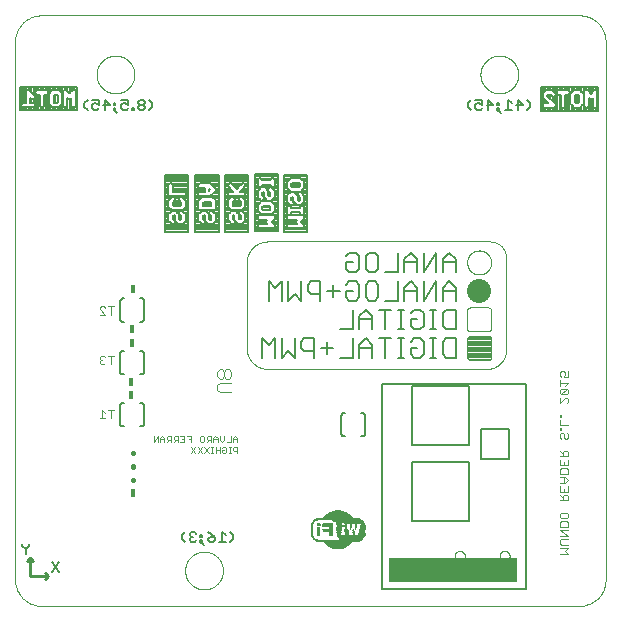
<source format=gbo>
G75*
%MOIN*%
%OFA0B0*%
%FSLAX25Y25*%
%IPPOS*%
%LPD*%
%AMOC8*
5,1,8,0,0,1.08239X$1,22.5*
%
%ADD10C,0.00300*%
%ADD11C,0.00400*%
%ADD12C,0.00197*%
%ADD13C,0.00000*%
%ADD14C,0.00600*%
%ADD15C,0.01000*%
%ADD16C,0.00800*%
%ADD17R,0.01600X0.02800*%
%ADD18C,0.01600*%
%ADD19C,0.00500*%
%ADD20R,0.42520X0.07874*%
%ADD21R,0.00100X0.00100*%
%ADD22R,0.01400X0.00100*%
%ADD23R,0.02600X0.00100*%
%ADD24R,0.03400X0.00100*%
%ADD25R,0.04000X0.00100*%
%ADD26R,0.04500X0.00100*%
%ADD27R,0.05000X0.00100*%
%ADD28R,0.05400X0.00100*%
%ADD29R,0.05800X0.00100*%
%ADD30R,0.06200X0.00100*%
%ADD31R,0.06300X0.00100*%
%ADD32R,0.06700X0.00100*%
%ADD33R,0.07000X0.00100*%
%ADD34R,0.07400X0.00100*%
%ADD35R,0.07500X0.00100*%
%ADD36R,0.07800X0.00100*%
%ADD37R,0.08000X0.00100*%
%ADD38R,0.08300X0.00100*%
%ADD39R,0.08400X0.00100*%
%ADD40R,0.08600X0.00100*%
%ADD41R,0.08800X0.00100*%
%ADD42R,0.09000X0.00100*%
%ADD43R,0.09200X0.00100*%
%ADD44R,0.09400X0.00100*%
%ADD45R,0.09500X0.00100*%
%ADD46R,0.11700X0.00100*%
%ADD47R,0.00700X0.00100*%
%ADD48R,0.14200X0.00100*%
%ADD49R,0.14600X0.00100*%
%ADD50R,0.15100X0.00100*%
%ADD51R,0.15400X0.00100*%
%ADD52R,0.07100X0.00100*%
%ADD53R,0.00300X0.00100*%
%ADD54R,0.00200X0.00100*%
%ADD55R,0.00400X0.00100*%
%ADD56R,0.02300X0.00100*%
%ADD57R,0.07300X0.00100*%
%ADD58R,0.01100X0.00100*%
%ADD59R,0.07700X0.00100*%
%ADD60R,0.01000X0.00100*%
%ADD61R,0.07900X0.00100*%
%ADD62R,0.00900X0.00100*%
%ADD63R,0.08100X0.00100*%
%ADD64R,0.08200X0.00100*%
%ADD65R,0.00800X0.00100*%
%ADD66R,0.08500X0.00100*%
%ADD67R,0.08700X0.00100*%
%ADD68R,0.08900X0.00100*%
%ADD69R,0.09300X0.00100*%
%ADD70R,0.03200X0.00100*%
%ADD71R,0.05900X0.00100*%
%ADD72R,0.02400X0.00100*%
%ADD73R,0.01500X0.00100*%
%ADD74R,0.01300X0.00100*%
%ADD75R,0.01600X0.00100*%
%ADD76R,0.00600X0.00100*%
%ADD77R,0.01200X0.00100*%
%ADD78R,0.02500X0.00100*%
%ADD79R,0.00500X0.00100*%
%ADD80R,0.01700X0.00100*%
%ADD81R,0.02200X0.00100*%
%ADD82R,0.02100X0.00100*%
%ADD83R,0.03300X0.00100*%
%ADD84R,0.03100X0.00100*%
%ADD85R,0.02000X0.00100*%
%ADD86R,0.01900X0.00100*%
%ADD87R,0.01800X0.00100*%
%ADD88R,0.03600X0.00100*%
%ADD89R,0.03500X0.00100*%
%ADD90R,0.06800X0.00100*%
%ADD91R,0.09600X0.00100*%
%ADD92R,0.09700X0.00100*%
%ADD93R,0.09800X0.00100*%
%ADD94R,0.10000X0.00100*%
%ADD95R,0.10200X0.00100*%
%ADD96R,0.15500X0.00100*%
%ADD97R,0.15200X0.00100*%
%ADD98R,0.14900X0.00100*%
%ADD99R,0.14000X0.00100*%
%ADD100R,0.09900X0.00100*%
%ADD101R,0.09100X0.00100*%
%ADD102R,0.07200X0.00100*%
%ADD103R,0.06600X0.00100*%
%ADD104R,0.05500X0.00100*%
%ADD105R,0.05100X0.00100*%
%ADD106R,0.04600X0.00100*%
%ADD107R,0.04100X0.00100*%
%ADD108R,0.02700X0.00100*%
%ADD109C,0.08000*%
D10*
X0082162Y0067996D02*
X0082162Y0070098D01*
X0083564Y0070098D02*
X0082162Y0067996D01*
X0083564Y0067996D02*
X0083564Y0070098D01*
X0084372Y0069398D02*
X0084372Y0067996D01*
X0084372Y0069047D02*
X0085774Y0069047D01*
X0085774Y0069398D02*
X0085073Y0070098D01*
X0084372Y0069398D01*
X0085774Y0069398D02*
X0085774Y0067996D01*
X0086582Y0067996D02*
X0087283Y0068697D01*
X0086933Y0068697D02*
X0087983Y0068697D01*
X0087983Y0067996D02*
X0087983Y0070098D01*
X0086933Y0070098D01*
X0086582Y0069748D01*
X0086582Y0069047D01*
X0086933Y0068697D01*
X0088792Y0069047D02*
X0089142Y0068697D01*
X0090193Y0068697D01*
X0089493Y0068697D02*
X0088792Y0067996D01*
X0088792Y0069047D02*
X0088792Y0069748D01*
X0089142Y0070098D01*
X0090193Y0070098D01*
X0090193Y0067996D01*
X0091002Y0067996D02*
X0092403Y0067996D01*
X0092403Y0070098D01*
X0091002Y0070098D01*
X0091703Y0069047D02*
X0092403Y0069047D01*
X0093212Y0070098D02*
X0094613Y0070098D01*
X0094613Y0067996D01*
X0094613Y0069047D02*
X0093912Y0069047D01*
X0094685Y0066498D02*
X0096086Y0064396D01*
X0096895Y0064396D02*
X0098296Y0066498D01*
X0099105Y0066498D02*
X0100506Y0064396D01*
X0101279Y0064396D02*
X0101979Y0064396D01*
X0101629Y0064396D02*
X0101629Y0066498D01*
X0101979Y0066498D02*
X0101279Y0066498D01*
X0100506Y0066498D02*
X0099105Y0064396D01*
X0098296Y0064396D02*
X0096895Y0066498D01*
X0096086Y0066498D02*
X0094685Y0064396D01*
X0097982Y0067996D02*
X0097632Y0068347D01*
X0097632Y0069748D01*
X0097982Y0070098D01*
X0098683Y0070098D01*
X0099033Y0069748D01*
X0099033Y0068347D01*
X0098683Y0067996D01*
X0097982Y0067996D01*
X0099841Y0067996D02*
X0100542Y0068697D01*
X0100192Y0068697D02*
X0101243Y0068697D01*
X0101243Y0067996D02*
X0101243Y0070098D01*
X0100192Y0070098D01*
X0099841Y0069748D01*
X0099841Y0069047D01*
X0100192Y0068697D01*
X0102051Y0069047D02*
X0103453Y0069047D01*
X0103453Y0069398D02*
X0102752Y0070098D01*
X0102051Y0069398D01*
X0102051Y0067996D01*
X0103453Y0067996D02*
X0103453Y0069398D01*
X0104261Y0068697D02*
X0104261Y0070098D01*
X0104261Y0068697D02*
X0104962Y0067996D01*
X0105662Y0068697D01*
X0105662Y0070098D01*
X0107872Y0070098D02*
X0107872Y0067996D01*
X0106471Y0067996D01*
X0106049Y0066498D02*
X0106399Y0066148D01*
X0106399Y0064747D01*
X0106049Y0064396D01*
X0105348Y0064396D01*
X0104998Y0064747D01*
X0104998Y0065447D01*
X0105698Y0065447D01*
X0104998Y0066148D02*
X0105348Y0066498D01*
X0106049Y0066498D01*
X0107172Y0066498D02*
X0107872Y0066498D01*
X0107522Y0066498D02*
X0107522Y0064396D01*
X0107872Y0064396D02*
X0107172Y0064396D01*
X0108681Y0065447D02*
X0109031Y0065097D01*
X0110082Y0065097D01*
X0110082Y0064396D02*
X0110082Y0066498D01*
X0109031Y0066498D01*
X0108681Y0066148D01*
X0108681Y0065447D01*
X0108681Y0067996D02*
X0108681Y0069398D01*
X0109382Y0070098D01*
X0110082Y0069398D01*
X0110082Y0067996D01*
X0110082Y0069047D02*
X0108681Y0069047D01*
X0104189Y0066498D02*
X0104189Y0064396D01*
X0104189Y0065447D02*
X0102788Y0065447D01*
X0102788Y0066498D02*
X0102788Y0064396D01*
D11*
X0104139Y0084546D02*
X0103372Y0085314D01*
X0103372Y0086848D01*
X0104139Y0087616D01*
X0107976Y0087616D01*
X0107209Y0089150D02*
X0106441Y0089150D01*
X0105674Y0089918D01*
X0105674Y0091452D01*
X0104907Y0092220D01*
X0104139Y0092220D01*
X0103372Y0091452D01*
X0103372Y0089918D01*
X0104139Y0089150D01*
X0104907Y0089150D01*
X0105674Y0089918D01*
X0105674Y0091452D02*
X0106441Y0092220D01*
X0107209Y0092220D01*
X0107976Y0091452D01*
X0107976Y0089918D01*
X0107209Y0089150D01*
X0107976Y0084546D02*
X0104139Y0084546D01*
X0120172Y0092346D02*
X0193172Y0092346D01*
X0193672Y0095346D02*
X0187672Y0095346D01*
X0187413Y0095381D01*
X0187172Y0095480D01*
X0186965Y0095639D01*
X0186806Y0095846D01*
X0186706Y0096088D01*
X0186672Y0096346D01*
X0186672Y0102346D01*
X0186706Y0102605D01*
X0186806Y0102846D01*
X0186965Y0103054D01*
X0187172Y0103212D01*
X0187413Y0103312D01*
X0187672Y0103346D01*
X0193672Y0103346D01*
X0193931Y0103312D01*
X0194172Y0103212D01*
X0194379Y0103054D01*
X0194538Y0102846D01*
X0194638Y0102605D01*
X0194672Y0102346D01*
X0194672Y0096346D01*
X0194638Y0096088D01*
X0194538Y0095846D01*
X0194379Y0095639D01*
X0194172Y0095480D01*
X0193931Y0095381D01*
X0193672Y0095346D01*
X0194074Y0095440D02*
X0187270Y0095440D01*
X0186812Y0095838D02*
X0194532Y0095838D01*
X0194658Y0096237D02*
X0186687Y0096237D01*
X0186672Y0096635D02*
X0194672Y0096635D01*
X0194672Y0097034D02*
X0186672Y0097034D01*
X0186672Y0097432D02*
X0194672Y0097432D01*
X0194672Y0097831D02*
X0186672Y0097831D01*
X0186672Y0098229D02*
X0194672Y0098229D01*
X0194672Y0098628D02*
X0186672Y0098628D01*
X0186672Y0099026D02*
X0194672Y0099026D01*
X0194672Y0099425D02*
X0186672Y0099425D01*
X0186672Y0099823D02*
X0194672Y0099823D01*
X0194672Y0100222D02*
X0186672Y0100222D01*
X0186672Y0100620D02*
X0194672Y0100620D01*
X0194672Y0101019D02*
X0186672Y0101019D01*
X0186672Y0101417D02*
X0194672Y0101417D01*
X0194672Y0101816D02*
X0186672Y0101816D01*
X0186672Y0102214D02*
X0194672Y0102214D01*
X0194635Y0102613D02*
X0186709Y0102613D01*
X0186933Y0103012D02*
X0194412Y0103012D01*
X0193672Y0104846D02*
X0187672Y0104846D01*
X0187612Y0104848D01*
X0187551Y0104853D01*
X0187492Y0104862D01*
X0187433Y0104875D01*
X0187374Y0104891D01*
X0187317Y0104911D01*
X0187262Y0104934D01*
X0187207Y0104961D01*
X0187155Y0104990D01*
X0187104Y0105023D01*
X0187055Y0105059D01*
X0187009Y0105097D01*
X0186965Y0105139D01*
X0186923Y0105183D01*
X0186885Y0105229D01*
X0186849Y0105278D01*
X0186816Y0105329D01*
X0186787Y0105381D01*
X0186760Y0105436D01*
X0186737Y0105491D01*
X0186717Y0105548D01*
X0186701Y0105607D01*
X0186688Y0105666D01*
X0186679Y0105725D01*
X0186674Y0105786D01*
X0186672Y0105846D01*
X0186672Y0111846D01*
X0186674Y0111906D01*
X0186679Y0111967D01*
X0186688Y0112026D01*
X0186701Y0112085D01*
X0186717Y0112144D01*
X0186737Y0112201D01*
X0186760Y0112256D01*
X0186787Y0112311D01*
X0186816Y0112363D01*
X0186849Y0112414D01*
X0186885Y0112463D01*
X0186923Y0112509D01*
X0186965Y0112553D01*
X0187009Y0112595D01*
X0187055Y0112633D01*
X0187104Y0112669D01*
X0187155Y0112702D01*
X0187207Y0112731D01*
X0187262Y0112758D01*
X0187317Y0112781D01*
X0187374Y0112801D01*
X0187433Y0112817D01*
X0187492Y0112830D01*
X0187551Y0112839D01*
X0187612Y0112844D01*
X0187672Y0112846D01*
X0193672Y0112846D01*
X0193732Y0112844D01*
X0193793Y0112839D01*
X0193852Y0112830D01*
X0193911Y0112817D01*
X0193970Y0112801D01*
X0194027Y0112781D01*
X0194082Y0112758D01*
X0194137Y0112731D01*
X0194189Y0112702D01*
X0194240Y0112669D01*
X0194289Y0112633D01*
X0194335Y0112595D01*
X0194379Y0112553D01*
X0194421Y0112509D01*
X0194459Y0112463D01*
X0194495Y0112414D01*
X0194528Y0112363D01*
X0194557Y0112311D01*
X0194584Y0112256D01*
X0194607Y0112201D01*
X0194627Y0112144D01*
X0194643Y0112085D01*
X0194656Y0112026D01*
X0194665Y0111967D01*
X0194670Y0111906D01*
X0194672Y0111846D01*
X0194672Y0105846D01*
X0194670Y0105786D01*
X0194665Y0105725D01*
X0194656Y0105666D01*
X0194643Y0105607D01*
X0194627Y0105548D01*
X0194607Y0105491D01*
X0194584Y0105436D01*
X0194557Y0105381D01*
X0194528Y0105329D01*
X0194495Y0105278D01*
X0194459Y0105229D01*
X0194421Y0105183D01*
X0194379Y0105139D01*
X0194335Y0105097D01*
X0194289Y0105059D01*
X0194240Y0105023D01*
X0194189Y0104990D01*
X0194137Y0104961D01*
X0194082Y0104934D01*
X0194027Y0104911D01*
X0193970Y0104891D01*
X0193911Y0104875D01*
X0193852Y0104862D01*
X0193793Y0104853D01*
X0193732Y0104848D01*
X0193672Y0104846D01*
X0199672Y0098846D02*
X0199670Y0098686D01*
X0199664Y0098527D01*
X0199654Y0098368D01*
X0199641Y0098209D01*
X0199623Y0098050D01*
X0199602Y0097892D01*
X0199576Y0097735D01*
X0199547Y0097578D01*
X0199514Y0097422D01*
X0199477Y0097267D01*
X0199437Y0097112D01*
X0199392Y0096959D01*
X0199344Y0096807D01*
X0199292Y0096656D01*
X0199236Y0096507D01*
X0199177Y0096359D01*
X0199114Y0096212D01*
X0199048Y0096067D01*
X0198978Y0095924D01*
X0198904Y0095782D01*
X0198828Y0095642D01*
X0198747Y0095504D01*
X0198664Y0095369D01*
X0198577Y0095235D01*
X0198486Y0095103D01*
X0198393Y0094974D01*
X0198296Y0094847D01*
X0198197Y0094722D01*
X0198094Y0094600D01*
X0197988Y0094481D01*
X0197880Y0094364D01*
X0197768Y0094250D01*
X0197654Y0094138D01*
X0197537Y0094030D01*
X0197418Y0093924D01*
X0197296Y0093821D01*
X0197171Y0093722D01*
X0197044Y0093625D01*
X0196915Y0093532D01*
X0196783Y0093441D01*
X0196649Y0093354D01*
X0196514Y0093271D01*
X0196376Y0093190D01*
X0196236Y0093114D01*
X0196094Y0093040D01*
X0195951Y0092970D01*
X0195806Y0092904D01*
X0195659Y0092841D01*
X0195511Y0092782D01*
X0195362Y0092726D01*
X0195211Y0092674D01*
X0195059Y0092626D01*
X0194906Y0092581D01*
X0194751Y0092541D01*
X0194596Y0092504D01*
X0194440Y0092471D01*
X0194283Y0092442D01*
X0194126Y0092416D01*
X0193968Y0092395D01*
X0193809Y0092377D01*
X0193650Y0092364D01*
X0193491Y0092354D01*
X0193332Y0092348D01*
X0193172Y0092346D01*
X0199672Y0098846D02*
X0199672Y0129346D01*
X0199670Y0129492D01*
X0199664Y0129639D01*
X0199654Y0129785D01*
X0199641Y0129931D01*
X0199623Y0130076D01*
X0199602Y0130221D01*
X0199577Y0130365D01*
X0199548Y0130509D01*
X0199515Y0130651D01*
X0199478Y0130793D01*
X0199438Y0130934D01*
X0199394Y0131073D01*
X0199346Y0131212D01*
X0199294Y0131349D01*
X0199239Y0131485D01*
X0199180Y0131619D01*
X0199118Y0131751D01*
X0199052Y0131882D01*
X0198983Y0132011D01*
X0198911Y0132138D01*
X0198835Y0132263D01*
X0198755Y0132386D01*
X0198673Y0132507D01*
X0198587Y0132626D01*
X0198498Y0132742D01*
X0198406Y0132856D01*
X0198311Y0132968D01*
X0198213Y0133077D01*
X0198113Y0133183D01*
X0198009Y0133287D01*
X0197903Y0133387D01*
X0197794Y0133485D01*
X0197682Y0133580D01*
X0197568Y0133672D01*
X0197452Y0133761D01*
X0197333Y0133847D01*
X0197212Y0133929D01*
X0197089Y0134009D01*
X0196964Y0134085D01*
X0196837Y0134157D01*
X0196708Y0134226D01*
X0196577Y0134292D01*
X0196445Y0134354D01*
X0196311Y0134413D01*
X0196175Y0134468D01*
X0196038Y0134520D01*
X0195899Y0134568D01*
X0195760Y0134612D01*
X0195619Y0134652D01*
X0195477Y0134689D01*
X0195335Y0134722D01*
X0195191Y0134751D01*
X0195047Y0134776D01*
X0194902Y0134797D01*
X0194757Y0134815D01*
X0194611Y0134828D01*
X0194465Y0134838D01*
X0194318Y0134844D01*
X0194172Y0134846D01*
X0120172Y0134846D01*
X0120003Y0134844D01*
X0119834Y0134838D01*
X0119665Y0134828D01*
X0119496Y0134813D01*
X0119328Y0134795D01*
X0119161Y0134773D01*
X0118994Y0134746D01*
X0118827Y0134716D01*
X0118662Y0134681D01*
X0118497Y0134643D01*
X0118333Y0134600D01*
X0118170Y0134554D01*
X0118009Y0134503D01*
X0117849Y0134449D01*
X0117690Y0134391D01*
X0117532Y0134329D01*
X0117376Y0134264D01*
X0117222Y0134194D01*
X0117070Y0134121D01*
X0116919Y0134044D01*
X0116770Y0133964D01*
X0116623Y0133880D01*
X0116479Y0133792D01*
X0116336Y0133701D01*
X0116196Y0133607D01*
X0116058Y0133509D01*
X0115922Y0133408D01*
X0115789Y0133304D01*
X0115658Y0133196D01*
X0115530Y0133086D01*
X0115405Y0132972D01*
X0115282Y0132855D01*
X0115163Y0132736D01*
X0115046Y0132613D01*
X0114932Y0132488D01*
X0114822Y0132360D01*
X0114714Y0132229D01*
X0114610Y0132096D01*
X0114509Y0131960D01*
X0114411Y0131822D01*
X0114317Y0131682D01*
X0114226Y0131539D01*
X0114138Y0131395D01*
X0114054Y0131248D01*
X0113974Y0131099D01*
X0113897Y0130948D01*
X0113824Y0130796D01*
X0113754Y0130642D01*
X0113689Y0130486D01*
X0113627Y0130328D01*
X0113569Y0130169D01*
X0113515Y0130009D01*
X0113464Y0129848D01*
X0113418Y0129685D01*
X0113375Y0129521D01*
X0113337Y0129356D01*
X0113302Y0129191D01*
X0113272Y0129024D01*
X0113245Y0128857D01*
X0113223Y0128690D01*
X0113205Y0128522D01*
X0113190Y0128353D01*
X0113180Y0128184D01*
X0113174Y0128015D01*
X0113172Y0127846D01*
X0113172Y0099346D01*
X0113174Y0099177D01*
X0113180Y0099008D01*
X0113190Y0098839D01*
X0113205Y0098670D01*
X0113223Y0098502D01*
X0113245Y0098335D01*
X0113272Y0098168D01*
X0113302Y0098001D01*
X0113337Y0097836D01*
X0113375Y0097671D01*
X0113418Y0097507D01*
X0113464Y0097344D01*
X0113515Y0097183D01*
X0113569Y0097023D01*
X0113627Y0096864D01*
X0113689Y0096706D01*
X0113754Y0096550D01*
X0113824Y0096396D01*
X0113897Y0096244D01*
X0113974Y0096093D01*
X0114054Y0095944D01*
X0114138Y0095797D01*
X0114226Y0095653D01*
X0114317Y0095510D01*
X0114411Y0095370D01*
X0114509Y0095232D01*
X0114610Y0095096D01*
X0114714Y0094963D01*
X0114822Y0094832D01*
X0114932Y0094704D01*
X0115046Y0094579D01*
X0115163Y0094456D01*
X0115282Y0094337D01*
X0115405Y0094220D01*
X0115530Y0094106D01*
X0115658Y0093996D01*
X0115789Y0093888D01*
X0115922Y0093784D01*
X0116058Y0093683D01*
X0116196Y0093585D01*
X0116336Y0093491D01*
X0116479Y0093400D01*
X0116623Y0093312D01*
X0116770Y0093228D01*
X0116919Y0093148D01*
X0117070Y0093071D01*
X0117222Y0092998D01*
X0117376Y0092928D01*
X0117532Y0092863D01*
X0117690Y0092801D01*
X0117849Y0092743D01*
X0118009Y0092689D01*
X0118170Y0092638D01*
X0118333Y0092592D01*
X0118497Y0092549D01*
X0118662Y0092511D01*
X0118827Y0092476D01*
X0118994Y0092446D01*
X0119161Y0092419D01*
X0119328Y0092397D01*
X0119496Y0092379D01*
X0119665Y0092364D01*
X0119834Y0092354D01*
X0120003Y0092348D01*
X0120172Y0092346D01*
X0068932Y0096749D02*
X0067064Y0096749D01*
X0067998Y0096749D02*
X0067998Y0093946D01*
X0065986Y0094414D02*
X0065519Y0093946D01*
X0064584Y0093946D01*
X0064117Y0094414D01*
X0064117Y0094881D01*
X0064584Y0095348D01*
X0065052Y0095348D01*
X0064584Y0095348D02*
X0064117Y0095815D01*
X0064117Y0096282D01*
X0064584Y0096749D01*
X0065519Y0096749D01*
X0065986Y0096282D01*
X0065986Y0110446D02*
X0064117Y0112315D01*
X0064117Y0112782D01*
X0064584Y0113249D01*
X0065519Y0113249D01*
X0065986Y0112782D01*
X0067064Y0113249D02*
X0068932Y0113249D01*
X0067998Y0113249D02*
X0067998Y0110446D01*
X0065986Y0110446D02*
X0064117Y0110446D01*
X0065052Y0078749D02*
X0065052Y0075946D01*
X0065986Y0075946D02*
X0064117Y0075946D01*
X0065986Y0077815D02*
X0065052Y0078749D01*
X0067064Y0078749D02*
X0068932Y0078749D01*
X0067998Y0078749D02*
X0067998Y0075946D01*
X0186672Y0127846D02*
X0186674Y0127972D01*
X0186680Y0128098D01*
X0186690Y0128224D01*
X0186704Y0128350D01*
X0186722Y0128475D01*
X0186744Y0128599D01*
X0186769Y0128723D01*
X0186799Y0128846D01*
X0186832Y0128967D01*
X0186870Y0129088D01*
X0186911Y0129207D01*
X0186956Y0129326D01*
X0187004Y0129442D01*
X0187056Y0129557D01*
X0187112Y0129670D01*
X0187172Y0129782D01*
X0187235Y0129891D01*
X0187301Y0129999D01*
X0187370Y0130104D01*
X0187443Y0130207D01*
X0187520Y0130308D01*
X0187599Y0130406D01*
X0187681Y0130502D01*
X0187767Y0130595D01*
X0187855Y0130686D01*
X0187946Y0130773D01*
X0188040Y0130858D01*
X0188136Y0130939D01*
X0188235Y0131018D01*
X0188336Y0131093D01*
X0188440Y0131165D01*
X0188546Y0131234D01*
X0188654Y0131300D01*
X0188764Y0131362D01*
X0188876Y0131420D01*
X0188989Y0131475D01*
X0189105Y0131526D01*
X0189222Y0131574D01*
X0189340Y0131618D01*
X0189460Y0131658D01*
X0189581Y0131694D01*
X0189703Y0131727D01*
X0189826Y0131756D01*
X0189950Y0131780D01*
X0190074Y0131801D01*
X0190199Y0131818D01*
X0190325Y0131831D01*
X0190451Y0131840D01*
X0190577Y0131845D01*
X0190704Y0131846D01*
X0190830Y0131843D01*
X0190956Y0131836D01*
X0191082Y0131825D01*
X0191207Y0131810D01*
X0191332Y0131791D01*
X0191456Y0131768D01*
X0191580Y0131742D01*
X0191702Y0131711D01*
X0191824Y0131677D01*
X0191944Y0131638D01*
X0192063Y0131596D01*
X0192181Y0131551D01*
X0192297Y0131501D01*
X0192412Y0131448D01*
X0192524Y0131391D01*
X0192635Y0131331D01*
X0192744Y0131267D01*
X0192851Y0131200D01*
X0192956Y0131130D01*
X0193059Y0131056D01*
X0193159Y0130979D01*
X0193257Y0130899D01*
X0193352Y0130816D01*
X0193444Y0130730D01*
X0193534Y0130641D01*
X0193621Y0130549D01*
X0193704Y0130455D01*
X0193785Y0130358D01*
X0193863Y0130258D01*
X0193938Y0130156D01*
X0194009Y0130052D01*
X0194077Y0129945D01*
X0194141Y0129837D01*
X0194202Y0129726D01*
X0194260Y0129614D01*
X0194314Y0129500D01*
X0194364Y0129384D01*
X0194411Y0129267D01*
X0194454Y0129148D01*
X0194493Y0129028D01*
X0194529Y0128907D01*
X0194560Y0128784D01*
X0194588Y0128661D01*
X0194612Y0128537D01*
X0194632Y0128412D01*
X0194648Y0128287D01*
X0194660Y0128161D01*
X0194668Y0128035D01*
X0194672Y0127909D01*
X0194672Y0127783D01*
X0194668Y0127657D01*
X0194660Y0127531D01*
X0194648Y0127405D01*
X0194632Y0127280D01*
X0194612Y0127155D01*
X0194588Y0127031D01*
X0194560Y0126908D01*
X0194529Y0126785D01*
X0194493Y0126664D01*
X0194454Y0126544D01*
X0194411Y0126425D01*
X0194364Y0126308D01*
X0194314Y0126192D01*
X0194260Y0126078D01*
X0194202Y0125966D01*
X0194141Y0125855D01*
X0194077Y0125747D01*
X0194009Y0125640D01*
X0193938Y0125536D01*
X0193863Y0125434D01*
X0193785Y0125334D01*
X0193704Y0125237D01*
X0193621Y0125143D01*
X0193534Y0125051D01*
X0193444Y0124962D01*
X0193352Y0124876D01*
X0193257Y0124793D01*
X0193159Y0124713D01*
X0193059Y0124636D01*
X0192956Y0124562D01*
X0192851Y0124492D01*
X0192744Y0124425D01*
X0192635Y0124361D01*
X0192524Y0124301D01*
X0192412Y0124244D01*
X0192297Y0124191D01*
X0192181Y0124141D01*
X0192063Y0124096D01*
X0191944Y0124054D01*
X0191824Y0124015D01*
X0191702Y0123981D01*
X0191580Y0123950D01*
X0191456Y0123924D01*
X0191332Y0123901D01*
X0191207Y0123882D01*
X0191082Y0123867D01*
X0190956Y0123856D01*
X0190830Y0123849D01*
X0190704Y0123846D01*
X0190577Y0123847D01*
X0190451Y0123852D01*
X0190325Y0123861D01*
X0190199Y0123874D01*
X0190074Y0123891D01*
X0189950Y0123912D01*
X0189826Y0123936D01*
X0189703Y0123965D01*
X0189581Y0123998D01*
X0189460Y0124034D01*
X0189340Y0124074D01*
X0189222Y0124118D01*
X0189105Y0124166D01*
X0188989Y0124217D01*
X0188876Y0124272D01*
X0188764Y0124330D01*
X0188654Y0124392D01*
X0188546Y0124458D01*
X0188440Y0124527D01*
X0188336Y0124599D01*
X0188235Y0124674D01*
X0188136Y0124753D01*
X0188040Y0124834D01*
X0187946Y0124919D01*
X0187855Y0125006D01*
X0187767Y0125097D01*
X0187681Y0125190D01*
X0187599Y0125286D01*
X0187520Y0125384D01*
X0187443Y0125485D01*
X0187370Y0125588D01*
X0187301Y0125693D01*
X0187235Y0125801D01*
X0187172Y0125910D01*
X0187112Y0126022D01*
X0187056Y0126135D01*
X0187004Y0126250D01*
X0186956Y0126366D01*
X0186911Y0126485D01*
X0186870Y0126604D01*
X0186832Y0126725D01*
X0186799Y0126846D01*
X0186769Y0126969D01*
X0186744Y0127093D01*
X0186722Y0127217D01*
X0186704Y0127342D01*
X0186690Y0127468D01*
X0186680Y0127594D01*
X0186674Y0127720D01*
X0186672Y0127846D01*
X0218039Y0091628D02*
X0217572Y0091161D01*
X0217572Y0090227D01*
X0218039Y0089760D01*
X0218973Y0089760D02*
X0219440Y0090694D01*
X0219440Y0091161D01*
X0218973Y0091628D01*
X0218039Y0091628D01*
X0218973Y0089760D02*
X0220375Y0089760D01*
X0220375Y0091628D01*
X0217572Y0088682D02*
X0217572Y0086813D01*
X0217572Y0087748D02*
X0220375Y0087748D01*
X0219440Y0086813D01*
X0219907Y0085735D02*
X0218039Y0083867D01*
X0217572Y0084334D01*
X0217572Y0085268D01*
X0218039Y0085735D01*
X0219907Y0085735D01*
X0220375Y0085268D01*
X0220375Y0084334D01*
X0219907Y0083867D01*
X0218039Y0083867D01*
X0217572Y0082789D02*
X0217572Y0080920D01*
X0219440Y0082789D01*
X0219907Y0082789D01*
X0220375Y0082322D01*
X0220375Y0081387D01*
X0219907Y0080920D01*
X0218039Y0076968D02*
X0217572Y0076968D01*
X0217572Y0076501D01*
X0218039Y0076501D01*
X0218039Y0076968D01*
X0217572Y0075422D02*
X0217572Y0073554D01*
X0220375Y0073554D01*
X0218039Y0072548D02*
X0217572Y0072548D01*
X0217572Y0072081D01*
X0218039Y0072081D01*
X0218039Y0072548D01*
X0218039Y0071003D02*
X0217572Y0070536D01*
X0217572Y0069601D01*
X0218039Y0069134D01*
X0218973Y0069601D02*
X0218973Y0070536D01*
X0218506Y0071003D01*
X0218039Y0071003D01*
X0218973Y0069601D02*
X0219440Y0069134D01*
X0219907Y0069134D01*
X0220375Y0069601D01*
X0220375Y0070536D01*
X0219907Y0071003D01*
X0219907Y0065110D02*
X0218973Y0065110D01*
X0218506Y0064642D01*
X0218506Y0063241D01*
X0217572Y0063241D02*
X0220375Y0063241D01*
X0220375Y0064642D01*
X0219907Y0065110D01*
X0218506Y0064175D02*
X0217572Y0065110D01*
X0217572Y0062163D02*
X0217572Y0060295D01*
X0220375Y0060295D01*
X0220375Y0062163D01*
X0218973Y0061229D02*
X0218973Y0060295D01*
X0218039Y0059216D02*
X0219907Y0059216D01*
X0220375Y0058749D01*
X0220375Y0057348D01*
X0217572Y0057348D01*
X0217572Y0058749D01*
X0218039Y0059216D01*
X0217572Y0056270D02*
X0219440Y0056270D01*
X0220375Y0055336D01*
X0219440Y0054402D01*
X0217572Y0054402D01*
X0217572Y0053323D02*
X0217572Y0051455D01*
X0220375Y0051455D01*
X0220375Y0053323D01*
X0218973Y0052389D02*
X0218973Y0051455D01*
X0218973Y0050377D02*
X0218506Y0049910D01*
X0218506Y0048509D01*
X0218506Y0049443D02*
X0217572Y0050377D01*
X0218973Y0050377D02*
X0219907Y0050377D01*
X0220375Y0049910D01*
X0220375Y0048509D01*
X0217572Y0048509D01*
X0218039Y0044484D02*
X0219907Y0044484D01*
X0220375Y0044017D01*
X0220375Y0043083D01*
X0219907Y0042616D01*
X0218039Y0042616D01*
X0217572Y0043083D01*
X0217572Y0044017D01*
X0218039Y0044484D01*
X0218039Y0041537D02*
X0219907Y0041537D01*
X0220375Y0041070D01*
X0220375Y0039669D01*
X0217572Y0039669D01*
X0217572Y0041070D01*
X0218039Y0041537D01*
X0217572Y0038591D02*
X0220375Y0038591D01*
X0220375Y0036723D02*
X0217572Y0036723D01*
X0218039Y0035644D02*
X0220375Y0035644D01*
X0220375Y0036723D02*
X0217572Y0038591D01*
X0218039Y0035644D02*
X0217572Y0035177D01*
X0217572Y0034243D01*
X0218039Y0033776D01*
X0220375Y0033776D01*
X0220375Y0032698D02*
X0217572Y0032698D01*
X0217572Y0030830D02*
X0220375Y0030830D01*
X0219440Y0031764D01*
X0220375Y0032698D01*
X0218973Y0054402D02*
X0218973Y0056270D01*
D12*
X0036048Y0020933D02*
X0036092Y0020644D01*
X0036151Y0020360D01*
X0036209Y0020076D01*
X0036282Y0019797D01*
X0036367Y0019523D01*
X0036453Y0019250D01*
X0036551Y0018982D01*
X0036663Y0018721D01*
X0036774Y0018459D01*
X0036897Y0018204D01*
X0037167Y0017708D01*
X0037314Y0017468D01*
X0037472Y0017235D01*
X0037629Y0017002D01*
X0037798Y0016777D01*
X0037976Y0016561D01*
X0038155Y0016345D01*
X0038344Y0016137D01*
X0038740Y0015740D01*
X0038948Y0015552D01*
X0039164Y0015373D01*
X0039381Y0015194D01*
X0039605Y0015026D01*
X0039838Y0014868D01*
X0040071Y0014710D01*
X0040312Y0014564D01*
X0040560Y0014429D01*
X0040808Y0014294D01*
X0041063Y0014170D01*
X0041324Y0014059D01*
X0041585Y0013948D01*
X0041853Y0013849D01*
X0042400Y0013678D01*
X0042680Y0013606D01*
X0042964Y0013547D01*
X0043248Y0013489D01*
X0043537Y0013444D01*
X0044123Y0013384D01*
X0044420Y0013369D01*
X0224374Y0013369D01*
X0224672Y0013384D01*
X0225258Y0013444D01*
X0225547Y0013489D01*
X0225831Y0013547D01*
X0226115Y0013606D01*
X0226394Y0013678D01*
X0226941Y0013849D01*
X0227209Y0013948D01*
X0227471Y0014059D01*
X0227732Y0014170D01*
X0227987Y0014294D01*
X0228483Y0014564D01*
X0228724Y0014710D01*
X0228956Y0014868D01*
X0229189Y0015026D01*
X0229414Y0015194D01*
X0229630Y0015373D01*
X0229847Y0015552D01*
X0230054Y0015740D01*
X0230451Y0016137D01*
X0230640Y0016345D01*
X0230818Y0016561D01*
X0230997Y0016777D01*
X0231166Y0017002D01*
X0231323Y0017235D01*
X0231481Y0017468D01*
X0231628Y0017708D01*
X0231898Y0018204D01*
X0232021Y0018459D01*
X0232132Y0018721D01*
X0232243Y0018982D01*
X0232342Y0019250D01*
X0232428Y0019523D01*
X0232513Y0019797D01*
X0232585Y0020076D01*
X0232644Y0020360D01*
X0232703Y0020644D01*
X0232747Y0020933D01*
X0232777Y0021226D01*
X0232807Y0021520D01*
X0232823Y0021817D01*
X0232823Y0022118D02*
X0232823Y0201771D01*
X0232807Y0202068D01*
X0232777Y0202361D01*
X0232747Y0202655D01*
X0232703Y0202944D01*
X0232644Y0203228D01*
X0232585Y0203512D01*
X0232513Y0203791D01*
X0232342Y0204338D01*
X0232243Y0204606D01*
X0232021Y0205129D01*
X0231898Y0205384D01*
X0231763Y0205632D01*
X0231628Y0205879D01*
X0231481Y0206120D01*
X0231323Y0206353D01*
X0231166Y0206586D01*
X0230997Y0206811D01*
X0230818Y0207027D01*
X0230640Y0207243D01*
X0230451Y0207451D01*
X0230253Y0207649D01*
X0230054Y0207847D01*
X0229847Y0208036D01*
X0229630Y0208215D01*
X0229414Y0208393D01*
X0229189Y0208562D01*
X0228956Y0208720D01*
X0228724Y0208877D01*
X0228483Y0209024D01*
X0227987Y0209294D01*
X0227732Y0209418D01*
X0227471Y0209529D01*
X0227209Y0209640D01*
X0226941Y0209738D01*
X0226394Y0209910D01*
X0226115Y0209982D01*
X0225831Y0210041D01*
X0225547Y0210099D01*
X0225258Y0210144D01*
X0224672Y0210204D01*
X0224374Y0210219D01*
X0044420Y0210219D01*
X0044123Y0210204D01*
X0043537Y0210144D01*
X0043248Y0210099D01*
X0042964Y0210041D01*
X0042680Y0209982D01*
X0042400Y0209910D01*
X0041853Y0209738D01*
X0041585Y0209640D01*
X0041324Y0209529D01*
X0041063Y0209418D01*
X0040808Y0209294D01*
X0040560Y0209159D01*
X0040312Y0209024D01*
X0040071Y0208877D01*
X0039838Y0208720D01*
X0039605Y0208562D01*
X0039381Y0208393D01*
X0039164Y0208215D01*
X0038948Y0208036D01*
X0038740Y0207847D01*
X0038542Y0207649D01*
X0038344Y0207451D01*
X0038155Y0207243D01*
X0037976Y0207027D01*
X0037798Y0206811D01*
X0037629Y0206586D01*
X0037472Y0206353D01*
X0037314Y0206120D01*
X0037167Y0205879D01*
X0037032Y0205632D01*
X0036897Y0205384D01*
X0036774Y0205129D01*
X0036663Y0204867D01*
X0036551Y0204606D01*
X0036453Y0204338D01*
X0036367Y0204064D01*
X0036282Y0203791D01*
X0036209Y0203512D01*
X0036151Y0203228D01*
X0036092Y0202944D01*
X0036048Y0202655D01*
X0036018Y0202361D01*
X0035988Y0202068D01*
X0035972Y0201771D01*
X0035972Y0021817D01*
X0035988Y0021520D01*
X0036018Y0021226D01*
X0036048Y0020933D01*
D13*
X0092665Y0025157D02*
X0092667Y0025315D01*
X0092673Y0025473D01*
X0092683Y0025631D01*
X0092697Y0025789D01*
X0092715Y0025946D01*
X0092736Y0026103D01*
X0092762Y0026259D01*
X0092792Y0026415D01*
X0092825Y0026570D01*
X0092863Y0026723D01*
X0092904Y0026876D01*
X0092949Y0027028D01*
X0092998Y0027179D01*
X0093051Y0027328D01*
X0093107Y0027476D01*
X0093167Y0027622D01*
X0093231Y0027767D01*
X0093299Y0027910D01*
X0093370Y0028052D01*
X0093444Y0028192D01*
X0093522Y0028329D01*
X0093604Y0028465D01*
X0093688Y0028599D01*
X0093777Y0028730D01*
X0093868Y0028859D01*
X0093963Y0028986D01*
X0094060Y0029111D01*
X0094161Y0029233D01*
X0094265Y0029352D01*
X0094372Y0029469D01*
X0094482Y0029583D01*
X0094595Y0029694D01*
X0094710Y0029803D01*
X0094828Y0029908D01*
X0094949Y0030010D01*
X0095072Y0030110D01*
X0095198Y0030206D01*
X0095326Y0030299D01*
X0095456Y0030389D01*
X0095589Y0030475D01*
X0095724Y0030559D01*
X0095860Y0030638D01*
X0095999Y0030715D01*
X0096140Y0030787D01*
X0096282Y0030857D01*
X0096426Y0030922D01*
X0096572Y0030984D01*
X0096719Y0031042D01*
X0096868Y0031097D01*
X0097018Y0031148D01*
X0097169Y0031195D01*
X0097321Y0031238D01*
X0097474Y0031277D01*
X0097629Y0031313D01*
X0097784Y0031344D01*
X0097940Y0031372D01*
X0098096Y0031396D01*
X0098253Y0031416D01*
X0098411Y0031432D01*
X0098568Y0031444D01*
X0098727Y0031452D01*
X0098885Y0031456D01*
X0099043Y0031456D01*
X0099201Y0031452D01*
X0099360Y0031444D01*
X0099517Y0031432D01*
X0099675Y0031416D01*
X0099832Y0031396D01*
X0099988Y0031372D01*
X0100144Y0031344D01*
X0100299Y0031313D01*
X0100454Y0031277D01*
X0100607Y0031238D01*
X0100759Y0031195D01*
X0100910Y0031148D01*
X0101060Y0031097D01*
X0101209Y0031042D01*
X0101356Y0030984D01*
X0101502Y0030922D01*
X0101646Y0030857D01*
X0101788Y0030787D01*
X0101929Y0030715D01*
X0102068Y0030638D01*
X0102204Y0030559D01*
X0102339Y0030475D01*
X0102472Y0030389D01*
X0102602Y0030299D01*
X0102730Y0030206D01*
X0102856Y0030110D01*
X0102979Y0030010D01*
X0103100Y0029908D01*
X0103218Y0029803D01*
X0103333Y0029694D01*
X0103446Y0029583D01*
X0103556Y0029469D01*
X0103663Y0029352D01*
X0103767Y0029233D01*
X0103868Y0029111D01*
X0103965Y0028986D01*
X0104060Y0028859D01*
X0104151Y0028730D01*
X0104240Y0028599D01*
X0104324Y0028465D01*
X0104406Y0028329D01*
X0104484Y0028192D01*
X0104558Y0028052D01*
X0104629Y0027910D01*
X0104697Y0027767D01*
X0104761Y0027622D01*
X0104821Y0027476D01*
X0104877Y0027328D01*
X0104930Y0027179D01*
X0104979Y0027028D01*
X0105024Y0026876D01*
X0105065Y0026723D01*
X0105103Y0026570D01*
X0105136Y0026415D01*
X0105166Y0026259D01*
X0105192Y0026103D01*
X0105213Y0025946D01*
X0105231Y0025789D01*
X0105245Y0025631D01*
X0105255Y0025473D01*
X0105261Y0025315D01*
X0105263Y0025157D01*
X0105261Y0024999D01*
X0105255Y0024841D01*
X0105245Y0024683D01*
X0105231Y0024525D01*
X0105213Y0024368D01*
X0105192Y0024211D01*
X0105166Y0024055D01*
X0105136Y0023899D01*
X0105103Y0023744D01*
X0105065Y0023591D01*
X0105024Y0023438D01*
X0104979Y0023286D01*
X0104930Y0023135D01*
X0104877Y0022986D01*
X0104821Y0022838D01*
X0104761Y0022692D01*
X0104697Y0022547D01*
X0104629Y0022404D01*
X0104558Y0022262D01*
X0104484Y0022122D01*
X0104406Y0021985D01*
X0104324Y0021849D01*
X0104240Y0021715D01*
X0104151Y0021584D01*
X0104060Y0021455D01*
X0103965Y0021328D01*
X0103868Y0021203D01*
X0103767Y0021081D01*
X0103663Y0020962D01*
X0103556Y0020845D01*
X0103446Y0020731D01*
X0103333Y0020620D01*
X0103218Y0020511D01*
X0103100Y0020406D01*
X0102979Y0020304D01*
X0102856Y0020204D01*
X0102730Y0020108D01*
X0102602Y0020015D01*
X0102472Y0019925D01*
X0102339Y0019839D01*
X0102204Y0019755D01*
X0102068Y0019676D01*
X0101929Y0019599D01*
X0101788Y0019527D01*
X0101646Y0019457D01*
X0101502Y0019392D01*
X0101356Y0019330D01*
X0101209Y0019272D01*
X0101060Y0019217D01*
X0100910Y0019166D01*
X0100759Y0019119D01*
X0100607Y0019076D01*
X0100454Y0019037D01*
X0100299Y0019001D01*
X0100144Y0018970D01*
X0099988Y0018942D01*
X0099832Y0018918D01*
X0099675Y0018898D01*
X0099517Y0018882D01*
X0099360Y0018870D01*
X0099201Y0018862D01*
X0099043Y0018858D01*
X0098885Y0018858D01*
X0098727Y0018862D01*
X0098568Y0018870D01*
X0098411Y0018882D01*
X0098253Y0018898D01*
X0098096Y0018918D01*
X0097940Y0018942D01*
X0097784Y0018970D01*
X0097629Y0019001D01*
X0097474Y0019037D01*
X0097321Y0019076D01*
X0097169Y0019119D01*
X0097018Y0019166D01*
X0096868Y0019217D01*
X0096719Y0019272D01*
X0096572Y0019330D01*
X0096426Y0019392D01*
X0096282Y0019457D01*
X0096140Y0019527D01*
X0095999Y0019599D01*
X0095860Y0019676D01*
X0095724Y0019755D01*
X0095589Y0019839D01*
X0095456Y0019925D01*
X0095326Y0020015D01*
X0095198Y0020108D01*
X0095072Y0020204D01*
X0094949Y0020304D01*
X0094828Y0020406D01*
X0094710Y0020511D01*
X0094595Y0020620D01*
X0094482Y0020731D01*
X0094372Y0020845D01*
X0094265Y0020962D01*
X0094161Y0021081D01*
X0094060Y0021203D01*
X0093963Y0021328D01*
X0093868Y0021455D01*
X0093777Y0021584D01*
X0093688Y0021715D01*
X0093604Y0021849D01*
X0093522Y0021985D01*
X0093444Y0022122D01*
X0093370Y0022262D01*
X0093299Y0022404D01*
X0093231Y0022547D01*
X0093167Y0022692D01*
X0093107Y0022838D01*
X0093051Y0022986D01*
X0092998Y0023135D01*
X0092949Y0023286D01*
X0092904Y0023438D01*
X0092863Y0023591D01*
X0092825Y0023744D01*
X0092792Y0023899D01*
X0092762Y0024055D01*
X0092736Y0024211D01*
X0092715Y0024368D01*
X0092697Y0024525D01*
X0092683Y0024683D01*
X0092673Y0024841D01*
X0092667Y0024999D01*
X0092665Y0025157D01*
X0182519Y0030008D02*
X0182521Y0030089D01*
X0182527Y0030171D01*
X0182537Y0030252D01*
X0182551Y0030332D01*
X0182568Y0030411D01*
X0182590Y0030490D01*
X0182615Y0030567D01*
X0182644Y0030644D01*
X0182677Y0030718D01*
X0182714Y0030791D01*
X0182753Y0030862D01*
X0182797Y0030931D01*
X0182843Y0030998D01*
X0182893Y0031062D01*
X0182946Y0031124D01*
X0183002Y0031184D01*
X0183060Y0031240D01*
X0183122Y0031294D01*
X0183186Y0031345D01*
X0183252Y0031392D01*
X0183320Y0031436D01*
X0183391Y0031477D01*
X0183463Y0031514D01*
X0183538Y0031548D01*
X0183613Y0031578D01*
X0183691Y0031604D01*
X0183769Y0031627D01*
X0183848Y0031645D01*
X0183928Y0031660D01*
X0184009Y0031671D01*
X0184090Y0031678D01*
X0184172Y0031681D01*
X0184253Y0031680D01*
X0184334Y0031675D01*
X0184415Y0031666D01*
X0184496Y0031653D01*
X0184576Y0031636D01*
X0184654Y0031616D01*
X0184732Y0031591D01*
X0184809Y0031563D01*
X0184884Y0031531D01*
X0184957Y0031496D01*
X0185028Y0031457D01*
X0185098Y0031414D01*
X0185165Y0031369D01*
X0185231Y0031320D01*
X0185293Y0031268D01*
X0185353Y0031212D01*
X0185410Y0031154D01*
X0185465Y0031094D01*
X0185516Y0031030D01*
X0185564Y0030965D01*
X0185609Y0030897D01*
X0185651Y0030827D01*
X0185689Y0030755D01*
X0185724Y0030681D01*
X0185755Y0030606D01*
X0185782Y0030529D01*
X0185805Y0030451D01*
X0185825Y0030372D01*
X0185841Y0030292D01*
X0185853Y0030211D01*
X0185861Y0030130D01*
X0185865Y0030049D01*
X0185865Y0029967D01*
X0185861Y0029886D01*
X0185853Y0029805D01*
X0185841Y0029724D01*
X0185825Y0029644D01*
X0185805Y0029565D01*
X0185782Y0029487D01*
X0185755Y0029410D01*
X0185724Y0029335D01*
X0185689Y0029261D01*
X0185651Y0029189D01*
X0185609Y0029119D01*
X0185564Y0029051D01*
X0185516Y0028986D01*
X0185465Y0028922D01*
X0185410Y0028862D01*
X0185353Y0028804D01*
X0185293Y0028748D01*
X0185231Y0028696D01*
X0185165Y0028647D01*
X0185098Y0028602D01*
X0185029Y0028559D01*
X0184957Y0028520D01*
X0184884Y0028485D01*
X0184809Y0028453D01*
X0184732Y0028425D01*
X0184654Y0028400D01*
X0184576Y0028380D01*
X0184496Y0028363D01*
X0184415Y0028350D01*
X0184334Y0028341D01*
X0184253Y0028336D01*
X0184172Y0028335D01*
X0184090Y0028338D01*
X0184009Y0028345D01*
X0183928Y0028356D01*
X0183848Y0028371D01*
X0183769Y0028389D01*
X0183691Y0028412D01*
X0183613Y0028438D01*
X0183538Y0028468D01*
X0183463Y0028502D01*
X0183391Y0028539D01*
X0183320Y0028580D01*
X0183252Y0028624D01*
X0183186Y0028671D01*
X0183122Y0028722D01*
X0183060Y0028776D01*
X0183002Y0028832D01*
X0182946Y0028892D01*
X0182893Y0028954D01*
X0182843Y0029018D01*
X0182797Y0029085D01*
X0182753Y0029154D01*
X0182714Y0029225D01*
X0182677Y0029298D01*
X0182644Y0029372D01*
X0182615Y0029449D01*
X0182590Y0029526D01*
X0182568Y0029605D01*
X0182551Y0029684D01*
X0182537Y0029764D01*
X0182527Y0029845D01*
X0182521Y0029927D01*
X0182519Y0030008D01*
X0197479Y0030008D02*
X0197481Y0030089D01*
X0197487Y0030171D01*
X0197497Y0030252D01*
X0197511Y0030332D01*
X0197528Y0030411D01*
X0197550Y0030490D01*
X0197575Y0030567D01*
X0197604Y0030644D01*
X0197637Y0030718D01*
X0197674Y0030791D01*
X0197713Y0030862D01*
X0197757Y0030931D01*
X0197803Y0030998D01*
X0197853Y0031062D01*
X0197906Y0031124D01*
X0197962Y0031184D01*
X0198020Y0031240D01*
X0198082Y0031294D01*
X0198146Y0031345D01*
X0198212Y0031392D01*
X0198280Y0031436D01*
X0198351Y0031477D01*
X0198423Y0031514D01*
X0198498Y0031548D01*
X0198573Y0031578D01*
X0198651Y0031604D01*
X0198729Y0031627D01*
X0198808Y0031645D01*
X0198888Y0031660D01*
X0198969Y0031671D01*
X0199050Y0031678D01*
X0199132Y0031681D01*
X0199213Y0031680D01*
X0199294Y0031675D01*
X0199375Y0031666D01*
X0199456Y0031653D01*
X0199536Y0031636D01*
X0199614Y0031616D01*
X0199692Y0031591D01*
X0199769Y0031563D01*
X0199844Y0031531D01*
X0199917Y0031496D01*
X0199988Y0031457D01*
X0200058Y0031414D01*
X0200125Y0031369D01*
X0200191Y0031320D01*
X0200253Y0031268D01*
X0200313Y0031212D01*
X0200370Y0031154D01*
X0200425Y0031094D01*
X0200476Y0031030D01*
X0200524Y0030965D01*
X0200569Y0030897D01*
X0200611Y0030827D01*
X0200649Y0030755D01*
X0200684Y0030681D01*
X0200715Y0030606D01*
X0200742Y0030529D01*
X0200765Y0030451D01*
X0200785Y0030372D01*
X0200801Y0030292D01*
X0200813Y0030211D01*
X0200821Y0030130D01*
X0200825Y0030049D01*
X0200825Y0029967D01*
X0200821Y0029886D01*
X0200813Y0029805D01*
X0200801Y0029724D01*
X0200785Y0029644D01*
X0200765Y0029565D01*
X0200742Y0029487D01*
X0200715Y0029410D01*
X0200684Y0029335D01*
X0200649Y0029261D01*
X0200611Y0029189D01*
X0200569Y0029119D01*
X0200524Y0029051D01*
X0200476Y0028986D01*
X0200425Y0028922D01*
X0200370Y0028862D01*
X0200313Y0028804D01*
X0200253Y0028748D01*
X0200191Y0028696D01*
X0200125Y0028647D01*
X0200058Y0028602D01*
X0199989Y0028559D01*
X0199917Y0028520D01*
X0199844Y0028485D01*
X0199769Y0028453D01*
X0199692Y0028425D01*
X0199614Y0028400D01*
X0199536Y0028380D01*
X0199456Y0028363D01*
X0199375Y0028350D01*
X0199294Y0028341D01*
X0199213Y0028336D01*
X0199132Y0028335D01*
X0199050Y0028338D01*
X0198969Y0028345D01*
X0198888Y0028356D01*
X0198808Y0028371D01*
X0198729Y0028389D01*
X0198651Y0028412D01*
X0198573Y0028438D01*
X0198498Y0028468D01*
X0198423Y0028502D01*
X0198351Y0028539D01*
X0198280Y0028580D01*
X0198212Y0028624D01*
X0198146Y0028671D01*
X0198082Y0028722D01*
X0198020Y0028776D01*
X0197962Y0028832D01*
X0197906Y0028892D01*
X0197853Y0028954D01*
X0197803Y0029018D01*
X0197757Y0029085D01*
X0197713Y0029154D01*
X0197674Y0029225D01*
X0197637Y0029298D01*
X0197604Y0029372D01*
X0197575Y0029449D01*
X0197550Y0029526D01*
X0197528Y0029605D01*
X0197511Y0029684D01*
X0197497Y0029764D01*
X0197487Y0029845D01*
X0197481Y0029927D01*
X0197479Y0030008D01*
X0191091Y0190512D02*
X0191093Y0190670D01*
X0191099Y0190828D01*
X0191109Y0190986D01*
X0191123Y0191144D01*
X0191141Y0191301D01*
X0191162Y0191458D01*
X0191188Y0191614D01*
X0191218Y0191770D01*
X0191251Y0191925D01*
X0191289Y0192078D01*
X0191330Y0192231D01*
X0191375Y0192383D01*
X0191424Y0192534D01*
X0191477Y0192683D01*
X0191533Y0192831D01*
X0191593Y0192977D01*
X0191657Y0193122D01*
X0191725Y0193265D01*
X0191796Y0193407D01*
X0191870Y0193547D01*
X0191948Y0193684D01*
X0192030Y0193820D01*
X0192114Y0193954D01*
X0192203Y0194085D01*
X0192294Y0194214D01*
X0192389Y0194341D01*
X0192486Y0194466D01*
X0192587Y0194588D01*
X0192691Y0194707D01*
X0192798Y0194824D01*
X0192908Y0194938D01*
X0193021Y0195049D01*
X0193136Y0195158D01*
X0193254Y0195263D01*
X0193375Y0195365D01*
X0193498Y0195465D01*
X0193624Y0195561D01*
X0193752Y0195654D01*
X0193882Y0195744D01*
X0194015Y0195830D01*
X0194150Y0195914D01*
X0194286Y0195993D01*
X0194425Y0196070D01*
X0194566Y0196142D01*
X0194708Y0196212D01*
X0194852Y0196277D01*
X0194998Y0196339D01*
X0195145Y0196397D01*
X0195294Y0196452D01*
X0195444Y0196503D01*
X0195595Y0196550D01*
X0195747Y0196593D01*
X0195900Y0196632D01*
X0196055Y0196668D01*
X0196210Y0196699D01*
X0196366Y0196727D01*
X0196522Y0196751D01*
X0196679Y0196771D01*
X0196837Y0196787D01*
X0196994Y0196799D01*
X0197153Y0196807D01*
X0197311Y0196811D01*
X0197469Y0196811D01*
X0197627Y0196807D01*
X0197786Y0196799D01*
X0197943Y0196787D01*
X0198101Y0196771D01*
X0198258Y0196751D01*
X0198414Y0196727D01*
X0198570Y0196699D01*
X0198725Y0196668D01*
X0198880Y0196632D01*
X0199033Y0196593D01*
X0199185Y0196550D01*
X0199336Y0196503D01*
X0199486Y0196452D01*
X0199635Y0196397D01*
X0199782Y0196339D01*
X0199928Y0196277D01*
X0200072Y0196212D01*
X0200214Y0196142D01*
X0200355Y0196070D01*
X0200494Y0195993D01*
X0200630Y0195914D01*
X0200765Y0195830D01*
X0200898Y0195744D01*
X0201028Y0195654D01*
X0201156Y0195561D01*
X0201282Y0195465D01*
X0201405Y0195365D01*
X0201526Y0195263D01*
X0201644Y0195158D01*
X0201759Y0195049D01*
X0201872Y0194938D01*
X0201982Y0194824D01*
X0202089Y0194707D01*
X0202193Y0194588D01*
X0202294Y0194466D01*
X0202391Y0194341D01*
X0202486Y0194214D01*
X0202577Y0194085D01*
X0202666Y0193954D01*
X0202750Y0193820D01*
X0202832Y0193684D01*
X0202910Y0193547D01*
X0202984Y0193407D01*
X0203055Y0193265D01*
X0203123Y0193122D01*
X0203187Y0192977D01*
X0203247Y0192831D01*
X0203303Y0192683D01*
X0203356Y0192534D01*
X0203405Y0192383D01*
X0203450Y0192231D01*
X0203491Y0192078D01*
X0203529Y0191925D01*
X0203562Y0191770D01*
X0203592Y0191614D01*
X0203618Y0191458D01*
X0203639Y0191301D01*
X0203657Y0191144D01*
X0203671Y0190986D01*
X0203681Y0190828D01*
X0203687Y0190670D01*
X0203689Y0190512D01*
X0203687Y0190354D01*
X0203681Y0190196D01*
X0203671Y0190038D01*
X0203657Y0189880D01*
X0203639Y0189723D01*
X0203618Y0189566D01*
X0203592Y0189410D01*
X0203562Y0189254D01*
X0203529Y0189099D01*
X0203491Y0188946D01*
X0203450Y0188793D01*
X0203405Y0188641D01*
X0203356Y0188490D01*
X0203303Y0188341D01*
X0203247Y0188193D01*
X0203187Y0188047D01*
X0203123Y0187902D01*
X0203055Y0187759D01*
X0202984Y0187617D01*
X0202910Y0187477D01*
X0202832Y0187340D01*
X0202750Y0187204D01*
X0202666Y0187070D01*
X0202577Y0186939D01*
X0202486Y0186810D01*
X0202391Y0186683D01*
X0202294Y0186558D01*
X0202193Y0186436D01*
X0202089Y0186317D01*
X0201982Y0186200D01*
X0201872Y0186086D01*
X0201759Y0185975D01*
X0201644Y0185866D01*
X0201526Y0185761D01*
X0201405Y0185659D01*
X0201282Y0185559D01*
X0201156Y0185463D01*
X0201028Y0185370D01*
X0200898Y0185280D01*
X0200765Y0185194D01*
X0200630Y0185110D01*
X0200494Y0185031D01*
X0200355Y0184954D01*
X0200214Y0184882D01*
X0200072Y0184812D01*
X0199928Y0184747D01*
X0199782Y0184685D01*
X0199635Y0184627D01*
X0199486Y0184572D01*
X0199336Y0184521D01*
X0199185Y0184474D01*
X0199033Y0184431D01*
X0198880Y0184392D01*
X0198725Y0184356D01*
X0198570Y0184325D01*
X0198414Y0184297D01*
X0198258Y0184273D01*
X0198101Y0184253D01*
X0197943Y0184237D01*
X0197786Y0184225D01*
X0197627Y0184217D01*
X0197469Y0184213D01*
X0197311Y0184213D01*
X0197153Y0184217D01*
X0196994Y0184225D01*
X0196837Y0184237D01*
X0196679Y0184253D01*
X0196522Y0184273D01*
X0196366Y0184297D01*
X0196210Y0184325D01*
X0196055Y0184356D01*
X0195900Y0184392D01*
X0195747Y0184431D01*
X0195595Y0184474D01*
X0195444Y0184521D01*
X0195294Y0184572D01*
X0195145Y0184627D01*
X0194998Y0184685D01*
X0194852Y0184747D01*
X0194708Y0184812D01*
X0194566Y0184882D01*
X0194425Y0184954D01*
X0194286Y0185031D01*
X0194150Y0185110D01*
X0194015Y0185194D01*
X0193882Y0185280D01*
X0193752Y0185370D01*
X0193624Y0185463D01*
X0193498Y0185559D01*
X0193375Y0185659D01*
X0193254Y0185761D01*
X0193136Y0185866D01*
X0193021Y0185975D01*
X0192908Y0186086D01*
X0192798Y0186200D01*
X0192691Y0186317D01*
X0192587Y0186436D01*
X0192486Y0186558D01*
X0192389Y0186683D01*
X0192294Y0186810D01*
X0192203Y0186939D01*
X0192114Y0187070D01*
X0192030Y0187204D01*
X0191948Y0187340D01*
X0191870Y0187477D01*
X0191796Y0187617D01*
X0191725Y0187759D01*
X0191657Y0187902D01*
X0191593Y0188047D01*
X0191533Y0188193D01*
X0191477Y0188341D01*
X0191424Y0188490D01*
X0191375Y0188641D01*
X0191330Y0188793D01*
X0191289Y0188946D01*
X0191251Y0189099D01*
X0191218Y0189254D01*
X0191188Y0189410D01*
X0191162Y0189566D01*
X0191141Y0189723D01*
X0191123Y0189880D01*
X0191109Y0190038D01*
X0191099Y0190196D01*
X0191093Y0190354D01*
X0191091Y0190512D01*
X0063138Y0190512D02*
X0063140Y0190670D01*
X0063146Y0190828D01*
X0063156Y0190986D01*
X0063170Y0191144D01*
X0063188Y0191301D01*
X0063209Y0191458D01*
X0063235Y0191614D01*
X0063265Y0191770D01*
X0063298Y0191925D01*
X0063336Y0192078D01*
X0063377Y0192231D01*
X0063422Y0192383D01*
X0063471Y0192534D01*
X0063524Y0192683D01*
X0063580Y0192831D01*
X0063640Y0192977D01*
X0063704Y0193122D01*
X0063772Y0193265D01*
X0063843Y0193407D01*
X0063917Y0193547D01*
X0063995Y0193684D01*
X0064077Y0193820D01*
X0064161Y0193954D01*
X0064250Y0194085D01*
X0064341Y0194214D01*
X0064436Y0194341D01*
X0064533Y0194466D01*
X0064634Y0194588D01*
X0064738Y0194707D01*
X0064845Y0194824D01*
X0064955Y0194938D01*
X0065068Y0195049D01*
X0065183Y0195158D01*
X0065301Y0195263D01*
X0065422Y0195365D01*
X0065545Y0195465D01*
X0065671Y0195561D01*
X0065799Y0195654D01*
X0065929Y0195744D01*
X0066062Y0195830D01*
X0066197Y0195914D01*
X0066333Y0195993D01*
X0066472Y0196070D01*
X0066613Y0196142D01*
X0066755Y0196212D01*
X0066899Y0196277D01*
X0067045Y0196339D01*
X0067192Y0196397D01*
X0067341Y0196452D01*
X0067491Y0196503D01*
X0067642Y0196550D01*
X0067794Y0196593D01*
X0067947Y0196632D01*
X0068102Y0196668D01*
X0068257Y0196699D01*
X0068413Y0196727D01*
X0068569Y0196751D01*
X0068726Y0196771D01*
X0068884Y0196787D01*
X0069041Y0196799D01*
X0069200Y0196807D01*
X0069358Y0196811D01*
X0069516Y0196811D01*
X0069674Y0196807D01*
X0069833Y0196799D01*
X0069990Y0196787D01*
X0070148Y0196771D01*
X0070305Y0196751D01*
X0070461Y0196727D01*
X0070617Y0196699D01*
X0070772Y0196668D01*
X0070927Y0196632D01*
X0071080Y0196593D01*
X0071232Y0196550D01*
X0071383Y0196503D01*
X0071533Y0196452D01*
X0071682Y0196397D01*
X0071829Y0196339D01*
X0071975Y0196277D01*
X0072119Y0196212D01*
X0072261Y0196142D01*
X0072402Y0196070D01*
X0072541Y0195993D01*
X0072677Y0195914D01*
X0072812Y0195830D01*
X0072945Y0195744D01*
X0073075Y0195654D01*
X0073203Y0195561D01*
X0073329Y0195465D01*
X0073452Y0195365D01*
X0073573Y0195263D01*
X0073691Y0195158D01*
X0073806Y0195049D01*
X0073919Y0194938D01*
X0074029Y0194824D01*
X0074136Y0194707D01*
X0074240Y0194588D01*
X0074341Y0194466D01*
X0074438Y0194341D01*
X0074533Y0194214D01*
X0074624Y0194085D01*
X0074713Y0193954D01*
X0074797Y0193820D01*
X0074879Y0193684D01*
X0074957Y0193547D01*
X0075031Y0193407D01*
X0075102Y0193265D01*
X0075170Y0193122D01*
X0075234Y0192977D01*
X0075294Y0192831D01*
X0075350Y0192683D01*
X0075403Y0192534D01*
X0075452Y0192383D01*
X0075497Y0192231D01*
X0075538Y0192078D01*
X0075576Y0191925D01*
X0075609Y0191770D01*
X0075639Y0191614D01*
X0075665Y0191458D01*
X0075686Y0191301D01*
X0075704Y0191144D01*
X0075718Y0190986D01*
X0075728Y0190828D01*
X0075734Y0190670D01*
X0075736Y0190512D01*
X0075734Y0190354D01*
X0075728Y0190196D01*
X0075718Y0190038D01*
X0075704Y0189880D01*
X0075686Y0189723D01*
X0075665Y0189566D01*
X0075639Y0189410D01*
X0075609Y0189254D01*
X0075576Y0189099D01*
X0075538Y0188946D01*
X0075497Y0188793D01*
X0075452Y0188641D01*
X0075403Y0188490D01*
X0075350Y0188341D01*
X0075294Y0188193D01*
X0075234Y0188047D01*
X0075170Y0187902D01*
X0075102Y0187759D01*
X0075031Y0187617D01*
X0074957Y0187477D01*
X0074879Y0187340D01*
X0074797Y0187204D01*
X0074713Y0187070D01*
X0074624Y0186939D01*
X0074533Y0186810D01*
X0074438Y0186683D01*
X0074341Y0186558D01*
X0074240Y0186436D01*
X0074136Y0186317D01*
X0074029Y0186200D01*
X0073919Y0186086D01*
X0073806Y0185975D01*
X0073691Y0185866D01*
X0073573Y0185761D01*
X0073452Y0185659D01*
X0073329Y0185559D01*
X0073203Y0185463D01*
X0073075Y0185370D01*
X0072945Y0185280D01*
X0072812Y0185194D01*
X0072677Y0185110D01*
X0072541Y0185031D01*
X0072402Y0184954D01*
X0072261Y0184882D01*
X0072119Y0184812D01*
X0071975Y0184747D01*
X0071829Y0184685D01*
X0071682Y0184627D01*
X0071533Y0184572D01*
X0071383Y0184521D01*
X0071232Y0184474D01*
X0071080Y0184431D01*
X0070927Y0184392D01*
X0070772Y0184356D01*
X0070617Y0184325D01*
X0070461Y0184297D01*
X0070305Y0184273D01*
X0070148Y0184253D01*
X0069990Y0184237D01*
X0069833Y0184225D01*
X0069674Y0184217D01*
X0069516Y0184213D01*
X0069358Y0184213D01*
X0069200Y0184217D01*
X0069041Y0184225D01*
X0068884Y0184237D01*
X0068726Y0184253D01*
X0068569Y0184273D01*
X0068413Y0184297D01*
X0068257Y0184325D01*
X0068102Y0184356D01*
X0067947Y0184392D01*
X0067794Y0184431D01*
X0067642Y0184474D01*
X0067491Y0184521D01*
X0067341Y0184572D01*
X0067192Y0184627D01*
X0067045Y0184685D01*
X0066899Y0184747D01*
X0066755Y0184812D01*
X0066613Y0184882D01*
X0066472Y0184954D01*
X0066333Y0185031D01*
X0066197Y0185110D01*
X0066062Y0185194D01*
X0065929Y0185280D01*
X0065799Y0185370D01*
X0065671Y0185463D01*
X0065545Y0185559D01*
X0065422Y0185659D01*
X0065301Y0185761D01*
X0065183Y0185866D01*
X0065068Y0185975D01*
X0064955Y0186086D01*
X0064845Y0186200D01*
X0064738Y0186317D01*
X0064634Y0186436D01*
X0064533Y0186558D01*
X0064436Y0186683D01*
X0064341Y0186810D01*
X0064250Y0186939D01*
X0064161Y0187070D01*
X0064077Y0187204D01*
X0063995Y0187340D01*
X0063917Y0187477D01*
X0063843Y0187617D01*
X0063772Y0187759D01*
X0063704Y0187902D01*
X0063640Y0188047D01*
X0063580Y0188193D01*
X0063524Y0188341D01*
X0063471Y0188490D01*
X0063422Y0188641D01*
X0063377Y0188793D01*
X0063336Y0188946D01*
X0063298Y0189099D01*
X0063265Y0189254D01*
X0063235Y0189410D01*
X0063209Y0189566D01*
X0063188Y0189723D01*
X0063170Y0189880D01*
X0063156Y0190038D01*
X0063146Y0190196D01*
X0063140Y0190354D01*
X0063138Y0190512D01*
D14*
X0063870Y0182049D02*
X0061602Y0182049D01*
X0062169Y0180915D02*
X0061602Y0180348D01*
X0061602Y0179214D01*
X0062169Y0178646D01*
X0063303Y0178646D01*
X0063870Y0179214D01*
X0063870Y0180348D02*
X0062736Y0180915D01*
X0062169Y0180915D01*
X0063870Y0180348D02*
X0063870Y0182049D01*
X0065852Y0182049D02*
X0067553Y0180348D01*
X0065285Y0180348D01*
X0065852Y0178646D02*
X0065852Y0182049D01*
X0068875Y0180915D02*
X0069442Y0180915D01*
X0069442Y0180348D01*
X0068875Y0180348D01*
X0068875Y0180915D01*
X0068875Y0179214D02*
X0069442Y0179214D01*
X0069442Y0178646D01*
X0068875Y0178646D01*
X0068875Y0179214D01*
X0068875Y0178646D02*
X0070009Y0177512D01*
X0071423Y0179214D02*
X0071991Y0178646D01*
X0073125Y0178646D01*
X0073692Y0179214D01*
X0073692Y0180348D02*
X0072558Y0180915D01*
X0071991Y0180915D01*
X0071423Y0180348D01*
X0071423Y0179214D01*
X0073692Y0180348D02*
X0073692Y0182049D01*
X0071423Y0182049D01*
X0074966Y0179214D02*
X0074966Y0178646D01*
X0075534Y0178646D01*
X0075534Y0179214D01*
X0074966Y0179214D01*
X0076948Y0179214D02*
X0077515Y0178646D01*
X0078650Y0178646D01*
X0079217Y0179214D01*
X0079217Y0179781D01*
X0078650Y0180348D01*
X0077515Y0180348D01*
X0076948Y0179781D01*
X0076948Y0179214D01*
X0077515Y0180348D02*
X0076948Y0180915D01*
X0076948Y0181482D01*
X0077515Y0182049D01*
X0078650Y0182049D01*
X0079217Y0181482D01*
X0079217Y0180915D01*
X0078650Y0180348D01*
X0080538Y0182049D02*
X0081672Y0180915D01*
X0081672Y0179781D01*
X0080538Y0178646D01*
X0060187Y0178646D02*
X0059053Y0179781D01*
X0059053Y0180915D01*
X0060187Y0182049D01*
X0120592Y0121552D02*
X0120592Y0115146D01*
X0124863Y0115146D02*
X0124863Y0121552D01*
X0122728Y0119417D01*
X0120592Y0121552D01*
X0127038Y0121552D02*
X0127038Y0115146D01*
X0129173Y0117282D01*
X0131308Y0115146D01*
X0131308Y0121552D01*
X0133483Y0120484D02*
X0133483Y0118349D01*
X0134551Y0117282D01*
X0137754Y0117282D01*
X0137754Y0115146D02*
X0137754Y0121552D01*
X0134551Y0121552D01*
X0133483Y0120484D01*
X0139929Y0118349D02*
X0144199Y0118349D01*
X0146374Y0118349D02*
X0146374Y0116214D01*
X0147442Y0115146D01*
X0149577Y0115146D01*
X0150645Y0116214D01*
X0150645Y0120484D01*
X0149577Y0121552D01*
X0147442Y0121552D01*
X0146374Y0120484D01*
X0146374Y0118349D02*
X0148510Y0118349D01*
X0152820Y0116214D02*
X0152820Y0120484D01*
X0153887Y0121552D01*
X0156023Y0121552D01*
X0157090Y0120484D01*
X0157090Y0116214D01*
X0156023Y0115146D01*
X0153887Y0115146D01*
X0152820Y0116214D01*
X0152807Y0112052D02*
X0150671Y0109917D01*
X0150671Y0105646D01*
X0148496Y0105646D02*
X0144226Y0105646D01*
X0148496Y0105646D02*
X0148496Y0112052D01*
X0150671Y0108849D02*
X0154942Y0108849D01*
X0154942Y0109917D02*
X0152807Y0112052D01*
X0154942Y0109917D02*
X0154942Y0105646D01*
X0152807Y0102552D02*
X0150671Y0100417D01*
X0150671Y0096146D01*
X0148496Y0096146D02*
X0144226Y0096146D01*
X0148496Y0096146D02*
X0148496Y0102552D01*
X0150671Y0099349D02*
X0154942Y0099349D01*
X0154942Y0100417D02*
X0152807Y0102552D01*
X0154942Y0100417D02*
X0154942Y0096146D01*
X0159252Y0096146D02*
X0159252Y0102552D01*
X0161387Y0102552D02*
X0157117Y0102552D01*
X0159252Y0105646D02*
X0159252Y0112052D01*
X0161387Y0112052D02*
X0157117Y0112052D01*
X0159265Y0115146D02*
X0163536Y0115146D01*
X0163536Y0121552D01*
X0165711Y0119417D02*
X0165711Y0115146D01*
X0165711Y0118349D02*
X0169981Y0118349D01*
X0169981Y0119417D02*
X0169981Y0115146D01*
X0172156Y0115146D02*
X0172156Y0121552D01*
X0169981Y0119417D02*
X0167846Y0121552D01*
X0165711Y0119417D01*
X0165711Y0124646D02*
X0165711Y0128917D01*
X0167846Y0131052D01*
X0169981Y0128917D01*
X0169981Y0124646D01*
X0172156Y0124646D02*
X0172156Y0131052D01*
X0169981Y0127849D02*
X0165711Y0127849D01*
X0163536Y0124646D02*
X0159265Y0124646D01*
X0157090Y0125714D02*
X0156023Y0124646D01*
X0153887Y0124646D01*
X0152820Y0125714D01*
X0152820Y0129984D01*
X0153887Y0131052D01*
X0156023Y0131052D01*
X0157090Y0129984D01*
X0157090Y0125714D01*
X0150645Y0125714D02*
X0149577Y0124646D01*
X0147442Y0124646D01*
X0146374Y0125714D01*
X0146374Y0127849D01*
X0148510Y0127849D01*
X0150645Y0129984D02*
X0150645Y0125714D01*
X0150645Y0129984D02*
X0149577Y0131052D01*
X0147442Y0131052D01*
X0146374Y0129984D01*
X0142064Y0120484D02*
X0142064Y0116214D01*
X0135605Y0102552D02*
X0132402Y0102552D01*
X0131335Y0101484D01*
X0131335Y0099349D01*
X0132402Y0098282D01*
X0135605Y0098282D01*
X0135605Y0096146D02*
X0135605Y0102552D01*
X0137780Y0099349D02*
X0142051Y0099349D01*
X0139916Y0101484D02*
X0139916Y0097214D01*
X0129160Y0096146D02*
X0127025Y0098282D01*
X0124889Y0096146D01*
X0124889Y0102552D01*
X0122714Y0102552D02*
X0120579Y0100417D01*
X0118444Y0102552D01*
X0118444Y0096146D01*
X0122714Y0096146D02*
X0122714Y0102552D01*
X0129160Y0102552D02*
X0129160Y0096146D01*
X0163549Y0096146D02*
X0165684Y0096146D01*
X0164617Y0096146D02*
X0164617Y0102552D01*
X0165684Y0102552D02*
X0163549Y0102552D01*
X0163549Y0105646D02*
X0165684Y0105646D01*
X0164617Y0105646D02*
X0164617Y0112052D01*
X0165684Y0112052D02*
X0163549Y0112052D01*
X0167859Y0110984D02*
X0168927Y0112052D01*
X0171062Y0112052D01*
X0172130Y0110984D01*
X0172130Y0106714D01*
X0171062Y0105646D01*
X0168927Y0105646D01*
X0167859Y0106714D01*
X0167859Y0108849D01*
X0169995Y0108849D01*
X0174292Y0105646D02*
X0176427Y0105646D01*
X0175359Y0105646D02*
X0175359Y0112052D01*
X0174292Y0112052D02*
X0176427Y0112052D01*
X0178602Y0110984D02*
X0179669Y0112052D01*
X0182872Y0112052D01*
X0182872Y0105646D01*
X0179669Y0105646D01*
X0178602Y0106714D01*
X0178602Y0110984D01*
X0178602Y0115146D02*
X0178602Y0119417D01*
X0180737Y0121552D01*
X0182872Y0119417D01*
X0182872Y0115146D01*
X0182872Y0118349D02*
X0178602Y0118349D01*
X0176427Y0115146D02*
X0176427Y0121552D01*
X0172156Y0115146D01*
X0172156Y0124646D02*
X0176427Y0131052D01*
X0176427Y0124646D01*
X0178602Y0124646D02*
X0178602Y0128917D01*
X0180737Y0131052D01*
X0182872Y0128917D01*
X0182872Y0124646D01*
X0182872Y0127849D02*
X0178602Y0127849D01*
X0163536Y0131052D02*
X0163536Y0124646D01*
X0168927Y0102552D02*
X0171062Y0102552D01*
X0172130Y0101484D01*
X0172130Y0097214D01*
X0171062Y0096146D01*
X0168927Y0096146D01*
X0167859Y0097214D01*
X0167859Y0099349D01*
X0169995Y0099349D01*
X0167859Y0101484D02*
X0168927Y0102552D01*
X0174292Y0102552D02*
X0176427Y0102552D01*
X0175359Y0102552D02*
X0175359Y0096146D01*
X0174292Y0096146D02*
X0176427Y0096146D01*
X0178602Y0097214D02*
X0178602Y0101484D01*
X0179669Y0102552D01*
X0182872Y0102552D01*
X0182872Y0096146D01*
X0179669Y0096146D01*
X0178602Y0097214D01*
X0108672Y0036915D02*
X0107538Y0038049D01*
X0108672Y0036915D02*
X0108672Y0035781D01*
X0107538Y0034646D01*
X0106217Y0034646D02*
X0103948Y0034646D01*
X0105082Y0034646D02*
X0105082Y0038049D01*
X0106217Y0036915D01*
X0102534Y0036348D02*
X0102534Y0035214D01*
X0101966Y0034646D01*
X0100832Y0034646D01*
X0100265Y0035214D01*
X0100265Y0035781D01*
X0100832Y0036348D01*
X0102534Y0036348D01*
X0101399Y0037482D01*
X0100265Y0038049D01*
X0098283Y0036915D02*
X0098283Y0036348D01*
X0097716Y0036348D01*
X0097716Y0036915D01*
X0098283Y0036915D01*
X0098283Y0035214D02*
X0098283Y0034646D01*
X0097716Y0034646D01*
X0097716Y0035214D01*
X0098283Y0035214D01*
X0097716Y0034646D02*
X0098850Y0033512D01*
X0096395Y0035214D02*
X0095828Y0034646D01*
X0094694Y0034646D01*
X0094126Y0035214D01*
X0094126Y0035781D01*
X0094694Y0036348D01*
X0095261Y0036348D01*
X0094694Y0036348D02*
X0094126Y0036915D01*
X0094126Y0037482D01*
X0094694Y0038049D01*
X0095828Y0038049D01*
X0096395Y0037482D01*
X0092712Y0038049D02*
X0091578Y0036915D01*
X0091578Y0035781D01*
X0092712Y0034646D01*
X0050672Y0028049D02*
X0048404Y0024646D01*
X0050672Y0024646D02*
X0048404Y0028049D01*
X0039538Y0030646D02*
X0039538Y0032348D01*
X0038404Y0033482D01*
X0038404Y0034049D01*
X0039538Y0032348D02*
X0040672Y0033482D01*
X0040672Y0034049D01*
X0186894Y0179781D02*
X0188029Y0178646D01*
X0189443Y0179214D02*
X0190010Y0178646D01*
X0191145Y0178646D01*
X0191712Y0179214D01*
X0191712Y0180348D02*
X0190578Y0180915D01*
X0190010Y0180915D01*
X0189443Y0180348D01*
X0189443Y0179214D01*
X0191712Y0180348D02*
X0191712Y0182049D01*
X0189443Y0182049D01*
X0188029Y0182049D02*
X0186894Y0180915D01*
X0186894Y0179781D01*
X0193126Y0180348D02*
X0195395Y0180348D01*
X0193694Y0182049D01*
X0193694Y0178646D01*
X0196716Y0178646D02*
X0196716Y0179214D01*
X0197283Y0179214D01*
X0197283Y0178646D01*
X0196716Y0178646D01*
X0197850Y0177512D01*
X0199265Y0178646D02*
X0201534Y0178646D01*
X0200399Y0178646D02*
X0200399Y0182049D01*
X0201534Y0180915D01*
X0202948Y0180348D02*
X0205217Y0180348D01*
X0203515Y0182049D01*
X0203515Y0178646D01*
X0206538Y0178646D02*
X0207672Y0179781D01*
X0207672Y0180915D01*
X0206538Y0182049D01*
X0197283Y0180915D02*
X0197283Y0180348D01*
X0196716Y0180348D01*
X0196716Y0180915D01*
X0197283Y0180915D01*
D15*
X0041972Y0028346D02*
X0040972Y0029346D01*
X0039972Y0028346D01*
X0040972Y0029346D02*
X0040972Y0023346D01*
X0046972Y0023346D01*
X0045972Y0022346D01*
X0046972Y0023346D02*
X0045972Y0024346D01*
D16*
X0071035Y0073997D02*
X0071035Y0080296D01*
X0071049Y0080355D01*
X0071066Y0080414D01*
X0071087Y0080471D01*
X0071111Y0080526D01*
X0071138Y0080580D01*
X0071169Y0080633D01*
X0071203Y0080683D01*
X0071239Y0080731D01*
X0071279Y0080777D01*
X0071321Y0080821D01*
X0071366Y0080861D01*
X0071413Y0080899D01*
X0071463Y0080935D01*
X0071514Y0080967D01*
X0071567Y0080996D01*
X0071622Y0081021D01*
X0071679Y0081043D01*
X0071736Y0081062D01*
X0071795Y0081078D01*
X0071854Y0081089D01*
X0071914Y0081098D01*
X0071975Y0081102D01*
X0072035Y0081103D01*
X0072096Y0081100D01*
X0072156Y0081094D01*
X0072216Y0081083D01*
X0077728Y0081083D02*
X0077788Y0081094D01*
X0077848Y0081100D01*
X0077909Y0081103D01*
X0077969Y0081102D01*
X0078030Y0081098D01*
X0078090Y0081089D01*
X0078149Y0081078D01*
X0078208Y0081062D01*
X0078265Y0081043D01*
X0078322Y0081021D01*
X0078377Y0080996D01*
X0078430Y0080967D01*
X0078481Y0080935D01*
X0078531Y0080899D01*
X0078578Y0080861D01*
X0078623Y0080821D01*
X0078665Y0080777D01*
X0078705Y0080731D01*
X0078741Y0080683D01*
X0078775Y0080633D01*
X0078806Y0080580D01*
X0078833Y0080526D01*
X0078857Y0080471D01*
X0078878Y0080414D01*
X0078895Y0080355D01*
X0078909Y0080296D01*
X0078909Y0073997D01*
X0078895Y0073938D01*
X0078878Y0073879D01*
X0078857Y0073822D01*
X0078833Y0073767D01*
X0078806Y0073713D01*
X0078775Y0073660D01*
X0078741Y0073610D01*
X0078705Y0073562D01*
X0078665Y0073516D01*
X0078623Y0073472D01*
X0078578Y0073432D01*
X0078531Y0073394D01*
X0078481Y0073358D01*
X0078430Y0073326D01*
X0078377Y0073297D01*
X0078322Y0073272D01*
X0078265Y0073250D01*
X0078208Y0073231D01*
X0078149Y0073215D01*
X0078090Y0073204D01*
X0078030Y0073195D01*
X0077969Y0073191D01*
X0077909Y0073190D01*
X0077848Y0073193D01*
X0077788Y0073199D01*
X0077728Y0073210D01*
X0072216Y0073210D02*
X0072157Y0073199D01*
X0072096Y0073193D01*
X0072036Y0073190D01*
X0071975Y0073191D01*
X0071915Y0073195D01*
X0071855Y0073204D01*
X0071795Y0073215D01*
X0071736Y0073231D01*
X0071679Y0073249D01*
X0071622Y0073272D01*
X0071567Y0073297D01*
X0071514Y0073326D01*
X0071463Y0073358D01*
X0071413Y0073394D01*
X0071366Y0073432D01*
X0071321Y0073473D01*
X0071279Y0073516D01*
X0071239Y0073562D01*
X0071203Y0073610D01*
X0071169Y0073661D01*
X0071138Y0073713D01*
X0071111Y0073767D01*
X0071087Y0073823D01*
X0071066Y0073880D01*
X0071049Y0073938D01*
X0071035Y0073997D01*
X0071035Y0091397D02*
X0071035Y0097696D01*
X0071049Y0097755D01*
X0071066Y0097814D01*
X0071087Y0097871D01*
X0071111Y0097926D01*
X0071138Y0097980D01*
X0071169Y0098033D01*
X0071203Y0098083D01*
X0071239Y0098131D01*
X0071279Y0098177D01*
X0071321Y0098221D01*
X0071366Y0098261D01*
X0071413Y0098299D01*
X0071463Y0098335D01*
X0071514Y0098367D01*
X0071567Y0098396D01*
X0071622Y0098421D01*
X0071679Y0098443D01*
X0071736Y0098462D01*
X0071795Y0098478D01*
X0071854Y0098489D01*
X0071914Y0098498D01*
X0071975Y0098502D01*
X0072035Y0098503D01*
X0072096Y0098500D01*
X0072156Y0098494D01*
X0072216Y0098483D01*
X0077728Y0098483D02*
X0077788Y0098494D01*
X0077848Y0098500D01*
X0077909Y0098503D01*
X0077969Y0098502D01*
X0078030Y0098498D01*
X0078090Y0098489D01*
X0078149Y0098478D01*
X0078208Y0098462D01*
X0078265Y0098443D01*
X0078322Y0098421D01*
X0078377Y0098396D01*
X0078430Y0098367D01*
X0078481Y0098335D01*
X0078531Y0098299D01*
X0078578Y0098261D01*
X0078623Y0098221D01*
X0078665Y0098177D01*
X0078705Y0098131D01*
X0078741Y0098083D01*
X0078775Y0098033D01*
X0078806Y0097980D01*
X0078833Y0097926D01*
X0078857Y0097871D01*
X0078878Y0097814D01*
X0078895Y0097755D01*
X0078909Y0097696D01*
X0078909Y0091397D01*
X0078895Y0091338D01*
X0078878Y0091279D01*
X0078857Y0091222D01*
X0078833Y0091167D01*
X0078806Y0091113D01*
X0078775Y0091060D01*
X0078741Y0091010D01*
X0078705Y0090962D01*
X0078665Y0090916D01*
X0078623Y0090872D01*
X0078578Y0090832D01*
X0078531Y0090794D01*
X0078481Y0090758D01*
X0078430Y0090726D01*
X0078377Y0090697D01*
X0078322Y0090672D01*
X0078265Y0090650D01*
X0078208Y0090631D01*
X0078149Y0090615D01*
X0078090Y0090604D01*
X0078030Y0090595D01*
X0077969Y0090591D01*
X0077909Y0090590D01*
X0077848Y0090593D01*
X0077788Y0090599D01*
X0077728Y0090610D01*
X0072216Y0090610D02*
X0072157Y0090599D01*
X0072096Y0090593D01*
X0072036Y0090590D01*
X0071975Y0090591D01*
X0071915Y0090595D01*
X0071855Y0090604D01*
X0071795Y0090615D01*
X0071736Y0090631D01*
X0071679Y0090649D01*
X0071622Y0090672D01*
X0071567Y0090697D01*
X0071514Y0090726D01*
X0071463Y0090758D01*
X0071413Y0090794D01*
X0071366Y0090832D01*
X0071321Y0090873D01*
X0071279Y0090916D01*
X0071239Y0090962D01*
X0071203Y0091010D01*
X0071169Y0091061D01*
X0071138Y0091113D01*
X0071111Y0091167D01*
X0071087Y0091223D01*
X0071066Y0091280D01*
X0071049Y0091338D01*
X0071035Y0091397D01*
X0071035Y0108897D02*
X0071035Y0115196D01*
X0071049Y0115255D01*
X0071066Y0115314D01*
X0071087Y0115371D01*
X0071111Y0115426D01*
X0071138Y0115480D01*
X0071169Y0115533D01*
X0071203Y0115583D01*
X0071239Y0115631D01*
X0071279Y0115677D01*
X0071321Y0115721D01*
X0071366Y0115761D01*
X0071413Y0115799D01*
X0071463Y0115835D01*
X0071514Y0115867D01*
X0071567Y0115896D01*
X0071622Y0115921D01*
X0071679Y0115943D01*
X0071736Y0115962D01*
X0071795Y0115978D01*
X0071854Y0115989D01*
X0071914Y0115998D01*
X0071975Y0116002D01*
X0072035Y0116003D01*
X0072096Y0116000D01*
X0072156Y0115994D01*
X0072216Y0115983D01*
X0077728Y0115983D02*
X0077788Y0115994D01*
X0077848Y0116000D01*
X0077909Y0116003D01*
X0077969Y0116002D01*
X0078030Y0115998D01*
X0078090Y0115989D01*
X0078149Y0115978D01*
X0078208Y0115962D01*
X0078265Y0115943D01*
X0078322Y0115921D01*
X0078377Y0115896D01*
X0078430Y0115867D01*
X0078481Y0115835D01*
X0078531Y0115799D01*
X0078578Y0115761D01*
X0078623Y0115721D01*
X0078665Y0115677D01*
X0078705Y0115631D01*
X0078741Y0115583D01*
X0078775Y0115533D01*
X0078806Y0115480D01*
X0078833Y0115426D01*
X0078857Y0115371D01*
X0078878Y0115314D01*
X0078895Y0115255D01*
X0078909Y0115196D01*
X0078909Y0108897D01*
X0078895Y0108838D01*
X0078878Y0108779D01*
X0078857Y0108722D01*
X0078833Y0108667D01*
X0078806Y0108613D01*
X0078775Y0108560D01*
X0078741Y0108510D01*
X0078705Y0108462D01*
X0078665Y0108416D01*
X0078623Y0108372D01*
X0078578Y0108332D01*
X0078531Y0108294D01*
X0078481Y0108258D01*
X0078430Y0108226D01*
X0078377Y0108197D01*
X0078322Y0108172D01*
X0078265Y0108150D01*
X0078208Y0108131D01*
X0078149Y0108115D01*
X0078090Y0108104D01*
X0078030Y0108095D01*
X0077969Y0108091D01*
X0077909Y0108090D01*
X0077848Y0108093D01*
X0077788Y0108099D01*
X0077728Y0108110D01*
X0072216Y0108110D02*
X0072157Y0108099D01*
X0072096Y0108093D01*
X0072036Y0108090D01*
X0071975Y0108091D01*
X0071915Y0108095D01*
X0071855Y0108104D01*
X0071795Y0108115D01*
X0071736Y0108131D01*
X0071679Y0108149D01*
X0071622Y0108172D01*
X0071567Y0108197D01*
X0071514Y0108226D01*
X0071463Y0108258D01*
X0071413Y0108294D01*
X0071366Y0108332D01*
X0071321Y0108373D01*
X0071279Y0108416D01*
X0071239Y0108462D01*
X0071203Y0108510D01*
X0071169Y0108561D01*
X0071138Y0108613D01*
X0071111Y0108667D01*
X0071087Y0108723D01*
X0071066Y0108780D01*
X0071049Y0108838D01*
X0071035Y0108897D01*
X0086052Y0138046D02*
X0093752Y0138046D01*
X0093752Y0138846D01*
X0086052Y0138846D01*
X0086052Y0138046D01*
X0086052Y0138846D02*
X0086052Y0139646D01*
X0093752Y0139646D01*
X0093752Y0140446D01*
X0086052Y0140446D01*
X0086052Y0139646D01*
X0086052Y0140446D02*
X0086052Y0141246D01*
X0087603Y0141246D01*
X0087052Y0141797D01*
X0087052Y0142046D01*
X0086052Y0142046D01*
X0086052Y0141246D01*
X0086052Y0142046D02*
X0086052Y0142846D01*
X0087052Y0142846D01*
X0087052Y0143646D01*
X0086052Y0143646D01*
X0086052Y0142846D01*
X0086052Y0143646D02*
X0086052Y0144446D01*
X0087645Y0144446D01*
X0088209Y0145010D01*
X0089547Y0145010D01*
X0089556Y0145001D01*
X0090704Y0143853D01*
X0090704Y0143646D01*
X0090941Y0143646D01*
X0090704Y0143646D02*
X0090704Y0142846D01*
X0091356Y0142846D01*
X0091356Y0143232D01*
X0090638Y0143949D01*
X0090638Y0144446D01*
X0090110Y0144446D01*
X0090638Y0144446D02*
X0090638Y0144570D01*
X0091078Y0145010D01*
X0091699Y0145010D01*
X0092416Y0144293D01*
X0092856Y0143853D01*
X0092856Y0143646D01*
X0093752Y0143646D01*
X0093752Y0144446D01*
X0092262Y0144446D01*
X0091699Y0145244D02*
X0088209Y0145244D01*
X0088207Y0145246D01*
X0086052Y0145246D01*
X0086052Y0144446D01*
X0086052Y0145246D02*
X0086052Y0146046D01*
X0087407Y0146046D01*
X0087052Y0146401D01*
X0087052Y0146846D01*
X0086052Y0146846D01*
X0086052Y0146046D01*
X0086052Y0146846D02*
X0086052Y0147646D01*
X0087052Y0147646D01*
X0087052Y0148446D01*
X0086052Y0148446D01*
X0086052Y0147646D01*
X0086052Y0148446D02*
X0086052Y0149246D01*
X0087842Y0149246D01*
X0088209Y0149614D01*
X0088830Y0149614D01*
X0089270Y0149174D01*
X0089270Y0148553D01*
X0088552Y0147836D01*
X0088552Y0147646D01*
X0091356Y0147646D01*
X0091356Y0147836D01*
X0090638Y0148553D01*
X0090638Y0149174D01*
X0091078Y0149614D01*
X0091699Y0149614D01*
X0092416Y0148896D01*
X0092856Y0148457D01*
X0092856Y0148446D01*
X0093752Y0148446D01*
X0093752Y0149246D01*
X0092066Y0149246D01*
X0092416Y0149848D02*
X0087492Y0149848D01*
X0087294Y0150046D01*
X0086052Y0150046D01*
X0086052Y0149246D01*
X0086052Y0150046D02*
X0086052Y0150846D01*
X0087052Y0150846D01*
X0087052Y0151646D01*
X0086052Y0151646D01*
X0086052Y0150846D01*
X0086052Y0151646D02*
X0086052Y0152446D01*
X0087052Y0152446D01*
X0087052Y0153246D01*
X0086052Y0153246D01*
X0086052Y0152446D01*
X0086052Y0153246D02*
X0086052Y0154046D01*
X0087320Y0154046D01*
X0087492Y0154217D02*
X0088113Y0154217D01*
X0088552Y0153778D01*
X0088552Y0153246D01*
X0093752Y0153246D01*
X0093752Y0154046D01*
X0088284Y0154046D01*
X0087492Y0154217D02*
X0087052Y0153778D01*
X0087052Y0153246D01*
X0087052Y0152446D02*
X0087052Y0151646D01*
X0087052Y0150846D02*
X0087052Y0150288D01*
X0087294Y0150046D01*
X0087842Y0149246D02*
X0087052Y0148457D01*
X0087052Y0148446D01*
X0087052Y0147646D02*
X0087052Y0146846D01*
X0087407Y0146046D02*
X0088207Y0145246D01*
X0087645Y0144446D02*
X0087052Y0143853D01*
X0087052Y0143646D01*
X0087052Y0142846D02*
X0087052Y0142046D01*
X0087603Y0141246D02*
X0088209Y0140641D01*
X0088830Y0140641D01*
X0089270Y0141080D01*
X0089270Y0141246D01*
X0089755Y0141246D01*
X0089644Y0141358D02*
X0089204Y0141797D01*
X0089204Y0142046D01*
X0088924Y0142046D01*
X0089270Y0141701D01*
X0089270Y0141246D01*
X0089644Y0141358D02*
X0090360Y0140641D01*
X0091699Y0140641D01*
X0092138Y0141080D01*
X0092305Y0141246D01*
X0093752Y0141246D01*
X0093752Y0142046D01*
X0092856Y0142046D01*
X0092856Y0141797D01*
X0092305Y0141246D01*
X0092856Y0142046D02*
X0092856Y0142846D01*
X0093752Y0142846D01*
X0093752Y0143646D01*
X0093752Y0142846D02*
X0093752Y0142046D01*
X0093752Y0141246D02*
X0093752Y0140446D01*
X0093752Y0139646D02*
X0093752Y0138846D01*
X0096092Y0138846D02*
X0103792Y0138846D01*
X0103792Y0139646D01*
X0096092Y0139646D01*
X0096092Y0138846D01*
X0096092Y0138046D01*
X0103792Y0138046D01*
X0103792Y0138846D01*
X0103792Y0139646D02*
X0103792Y0140446D01*
X0096092Y0140446D01*
X0096092Y0139646D01*
X0096092Y0140446D02*
X0096092Y0141246D01*
X0097643Y0141246D01*
X0097092Y0141797D01*
X0097092Y0142046D01*
X0096092Y0142046D01*
X0096092Y0141246D01*
X0096092Y0142046D02*
X0096092Y0142846D01*
X0097092Y0142846D01*
X0097092Y0143646D01*
X0096092Y0143646D01*
X0096092Y0142846D01*
X0096092Y0143646D02*
X0096092Y0144446D01*
X0097685Y0144446D01*
X0098249Y0145010D01*
X0099587Y0145010D01*
X0099596Y0145001D01*
X0100744Y0143853D01*
X0100744Y0143646D01*
X0100981Y0143646D01*
X0100744Y0143646D02*
X0100744Y0142846D01*
X0101396Y0142846D01*
X0101396Y0143232D01*
X0100678Y0143949D01*
X0100678Y0144446D01*
X0100150Y0144446D01*
X0100678Y0144446D02*
X0100678Y0144570D01*
X0101118Y0145010D01*
X0101739Y0145010D01*
X0102456Y0144293D01*
X0102896Y0143853D01*
X0102896Y0143646D01*
X0103792Y0143646D01*
X0103792Y0144446D01*
X0102302Y0144446D01*
X0102456Y0145244D02*
X0097532Y0145244D01*
X0097530Y0145246D01*
X0096092Y0145246D01*
X0096092Y0144446D01*
X0096092Y0145246D02*
X0096092Y0146046D01*
X0097092Y0146046D01*
X0097092Y0146846D01*
X0096092Y0146846D01*
X0096092Y0146046D01*
X0096092Y0146846D02*
X0096092Y0147646D01*
X0097092Y0147646D01*
X0097092Y0148446D01*
X0096092Y0148446D01*
X0096092Y0147646D01*
X0096092Y0148446D02*
X0096092Y0149246D01*
X0097882Y0149246D01*
X0098249Y0149614D01*
X0101739Y0149614D01*
X0102456Y0148896D01*
X0102896Y0148457D01*
X0102896Y0148446D01*
X0103792Y0148446D01*
X0103792Y0149246D01*
X0102106Y0149246D01*
X0102896Y0148446D02*
X0102896Y0147646D01*
X0103792Y0147646D01*
X0103792Y0148446D01*
X0103792Y0147646D02*
X0103792Y0146846D01*
X0102896Y0146846D01*
X0102896Y0146046D01*
X0103792Y0146046D01*
X0103792Y0146846D01*
X0103792Y0146046D02*
X0103792Y0145246D01*
X0102458Y0145246D01*
X0102456Y0145244D01*
X0102458Y0145246D02*
X0102896Y0145684D01*
X0102896Y0146046D01*
X0102896Y0146846D02*
X0102896Y0147646D01*
X0101396Y0147646D02*
X0098592Y0147646D01*
X0098592Y0146846D01*
X0101396Y0146846D01*
X0101396Y0147646D01*
X0101396Y0147836D01*
X0101118Y0148114D01*
X0098870Y0148114D01*
X0098592Y0147836D01*
X0098592Y0147646D01*
X0098592Y0146846D02*
X0098592Y0146744D01*
X0101396Y0146744D01*
X0101396Y0146846D01*
X0103792Y0145246D02*
X0103792Y0144446D01*
X0103792Y0143646D02*
X0103792Y0142846D01*
X0102896Y0142846D01*
X0102896Y0142046D01*
X0103792Y0142046D01*
X0103792Y0142846D01*
X0103792Y0142046D02*
X0103792Y0141246D01*
X0102345Y0141246D01*
X0102178Y0141080D01*
X0101739Y0140641D01*
X0100400Y0140641D01*
X0099684Y0141358D01*
X0099244Y0141797D01*
X0099244Y0142046D01*
X0098964Y0142046D01*
X0099310Y0141701D01*
X0099310Y0141246D01*
X0099795Y0141246D01*
X0099310Y0141246D02*
X0099310Y0141080D01*
X0098870Y0140641D01*
X0098249Y0140641D01*
X0097643Y0141246D01*
X0097092Y0142046D02*
X0097092Y0142846D01*
X0097092Y0143646D02*
X0097092Y0143853D01*
X0097685Y0144446D01*
X0097530Y0145246D02*
X0097092Y0145684D01*
X0097092Y0146046D01*
X0097092Y0146846D02*
X0097092Y0147646D01*
X0097092Y0148446D02*
X0097092Y0148457D01*
X0097882Y0149246D01*
X0097532Y0149848D02*
X0101022Y0149848D01*
X0102456Y0151283D01*
X0102896Y0151722D01*
X0102896Y0152344D01*
X0101461Y0153778D01*
X0101022Y0154217D01*
X0097532Y0154217D01*
X0097092Y0153778D01*
X0097092Y0153246D01*
X0096092Y0153246D01*
X0096092Y0152446D01*
X0099244Y0152446D01*
X0099244Y0152718D01*
X0097532Y0152718D01*
X0097092Y0153157D01*
X0097092Y0153246D01*
X0097360Y0154046D02*
X0096092Y0154046D01*
X0096092Y0153246D01*
X0096092Y0152446D02*
X0096092Y0151646D01*
X0099244Y0151646D01*
X0099244Y0152446D01*
X0099244Y0151646D02*
X0099244Y0151348D01*
X0097532Y0151348D01*
X0097092Y0150909D01*
X0097092Y0150846D01*
X0096092Y0150846D01*
X0096092Y0150046D01*
X0097334Y0150046D01*
X0097092Y0150288D01*
X0097092Y0150846D01*
X0097334Y0150046D02*
X0097532Y0149848D01*
X0096092Y0150046D02*
X0096092Y0149246D01*
X0096092Y0150846D02*
X0096092Y0151646D01*
X0093752Y0151646D02*
X0088552Y0151646D01*
X0088552Y0151348D01*
X0092416Y0151348D01*
X0092856Y0150909D01*
X0092856Y0150846D01*
X0093752Y0150846D01*
X0093752Y0151646D01*
X0093752Y0152446D01*
X0088552Y0152446D01*
X0088552Y0151646D01*
X0088552Y0152446D02*
X0088552Y0153246D01*
X0086052Y0154046D02*
X0086052Y0154846D01*
X0093752Y0154846D01*
X0093752Y0155646D01*
X0086052Y0155646D01*
X0086052Y0154846D01*
X0086052Y0155646D02*
X0086052Y0156446D01*
X0093752Y0156446D01*
X0093752Y0157046D01*
X0086052Y0157046D01*
X0086052Y0156446D01*
X0089197Y0149246D02*
X0090711Y0149246D01*
X0090745Y0148446D02*
X0089163Y0148446D01*
X0088552Y0147646D02*
X0088552Y0147022D01*
X0088728Y0146846D01*
X0091180Y0146846D01*
X0091356Y0147022D01*
X0091356Y0147646D01*
X0091180Y0146846D02*
X0091078Y0146744D01*
X0088830Y0146744D01*
X0088728Y0146846D01*
X0088830Y0143510D02*
X0088552Y0143232D01*
X0088552Y0142846D01*
X0089204Y0142846D01*
X0089204Y0143232D01*
X0088926Y0143510D01*
X0088830Y0143510D01*
X0088552Y0142846D02*
X0088552Y0142419D01*
X0088924Y0142046D01*
X0089204Y0142046D02*
X0089204Y0142846D01*
X0090704Y0142846D02*
X0090704Y0142419D01*
X0090982Y0142141D01*
X0091078Y0142141D01*
X0091356Y0142419D01*
X0091356Y0142846D01*
X0092856Y0142846D02*
X0092856Y0143646D01*
X0093752Y0144446D02*
X0093752Y0145246D01*
X0091701Y0145246D01*
X0091699Y0145244D01*
X0091701Y0145246D02*
X0092138Y0145684D01*
X0092856Y0146401D01*
X0092856Y0146846D01*
X0093752Y0146846D01*
X0093752Y0147646D01*
X0092856Y0147646D01*
X0092856Y0146846D01*
X0092856Y0147646D02*
X0092856Y0148446D01*
X0093752Y0148446D02*
X0093752Y0147646D01*
X0093752Y0146846D02*
X0093752Y0146046D01*
X0092501Y0146046D01*
X0093752Y0146046D02*
X0093752Y0145246D01*
X0093752Y0149246D02*
X0093752Y0150046D01*
X0092614Y0150046D01*
X0092416Y0149848D01*
X0092614Y0150046D02*
X0092856Y0150288D01*
X0092856Y0150846D01*
X0093752Y0150846D02*
X0093752Y0150046D01*
X0093752Y0152446D02*
X0093752Y0153246D01*
X0093752Y0154046D02*
X0093752Y0154846D01*
X0093752Y0155646D02*
X0093752Y0156446D01*
X0096092Y0156446D02*
X0103792Y0156446D01*
X0103792Y0157046D01*
X0096092Y0157046D01*
X0096092Y0156446D01*
X0096092Y0155646D01*
X0103792Y0155646D01*
X0103792Y0156446D01*
X0103792Y0155646D02*
X0103792Y0154846D01*
X0096092Y0154846D01*
X0096092Y0154046D01*
X0096092Y0154846D02*
X0096092Y0155646D01*
X0100744Y0152374D02*
X0100744Y0151692D01*
X0101085Y0152033D01*
X0100744Y0152374D01*
X0101993Y0153246D02*
X0103792Y0153246D01*
X0103792Y0154046D01*
X0101193Y0154046D01*
X0102793Y0152446D02*
X0103792Y0152446D01*
X0103792Y0153246D01*
X0103792Y0152446D02*
X0103792Y0151646D01*
X0102820Y0151646D01*
X0103792Y0151646D02*
X0103792Y0150846D01*
X0102020Y0150846D01*
X0101220Y0150046D02*
X0103792Y0150046D01*
X0103792Y0150846D01*
X0103792Y0150046D02*
X0103792Y0149246D01*
X0105952Y0149306D02*
X0105952Y0150106D01*
X0107194Y0150106D01*
X0106952Y0150348D01*
X0106952Y0150906D01*
X0105952Y0150906D01*
X0105952Y0150106D01*
X0105952Y0149306D02*
X0107742Y0149306D01*
X0108109Y0149674D01*
X0108730Y0149674D01*
X0109170Y0149234D01*
X0109170Y0148613D01*
X0108452Y0147896D01*
X0108452Y0147706D01*
X0111256Y0147706D01*
X0111256Y0147896D01*
X0110538Y0148613D01*
X0110538Y0149234D01*
X0110978Y0149674D01*
X0111599Y0149674D01*
X0112316Y0148956D01*
X0112756Y0148517D01*
X0112756Y0148506D01*
X0113652Y0148506D01*
X0113652Y0149306D01*
X0111966Y0149306D01*
X0112316Y0149908D02*
X0107392Y0149908D01*
X0107194Y0150106D01*
X0106952Y0150906D02*
X0106952Y0150969D01*
X0107392Y0151408D01*
X0108761Y0151408D01*
X0106952Y0153217D01*
X0106952Y0153306D01*
X0105952Y0153306D01*
X0105952Y0152506D01*
X0107662Y0152506D01*
X0106952Y0153306D02*
X0106952Y0153838D01*
X0107392Y0154277D01*
X0108013Y0154277D01*
X0109854Y0152436D01*
X0109924Y0152506D01*
X0109784Y0152506D01*
X0109924Y0152506D02*
X0110724Y0153306D01*
X0108984Y0153306D01*
X0108184Y0154106D02*
X0111524Y0154106D01*
X0111695Y0154277D01*
X0112316Y0154277D01*
X0112756Y0153838D01*
X0112756Y0153306D01*
X0113652Y0153306D01*
X0113652Y0154106D01*
X0112488Y0154106D01*
X0112756Y0153306D02*
X0112756Y0153217D01*
X0112045Y0152506D01*
X0113652Y0152506D01*
X0113652Y0153306D01*
X0113652Y0152506D02*
X0113652Y0151706D01*
X0111245Y0151706D01*
X0110947Y0151408D01*
X0112316Y0151408D01*
X0112756Y0150969D01*
X0112756Y0150906D01*
X0113652Y0150906D01*
X0113652Y0151706D01*
X0113652Y0150906D02*
X0113652Y0150106D01*
X0112514Y0150106D01*
X0112316Y0149908D01*
X0112514Y0150106D02*
X0112756Y0150348D01*
X0112756Y0150906D01*
X0113652Y0150106D02*
X0113652Y0149306D01*
X0113652Y0148506D02*
X0113652Y0147706D01*
X0112756Y0147706D01*
X0112756Y0146906D01*
X0113652Y0146906D01*
X0113652Y0147706D01*
X0113652Y0146906D02*
X0113652Y0146106D01*
X0112401Y0146106D01*
X0112756Y0146461D02*
X0112038Y0145744D01*
X0111601Y0145306D01*
X0113652Y0145306D01*
X0113652Y0146106D01*
X0113652Y0145306D02*
X0113652Y0144506D01*
X0112162Y0144506D01*
X0112316Y0144353D02*
X0112756Y0143913D01*
X0112756Y0143706D01*
X0113652Y0143706D01*
X0113652Y0144506D01*
X0113652Y0143706D02*
X0113652Y0142906D01*
X0112756Y0142906D01*
X0112756Y0142106D01*
X0113652Y0142106D01*
X0113652Y0142906D01*
X0113652Y0142106D02*
X0113652Y0141306D01*
X0112205Y0141306D01*
X0112038Y0141140D01*
X0111599Y0140701D01*
X0110260Y0140701D01*
X0109544Y0141418D01*
X0109104Y0141857D01*
X0109104Y0142106D01*
X0108824Y0142106D01*
X0109170Y0141761D01*
X0109170Y0141306D01*
X0109655Y0141306D01*
X0109170Y0141306D02*
X0109170Y0141140D01*
X0108730Y0140701D01*
X0108109Y0140701D01*
X0107503Y0141306D01*
X0105952Y0141306D01*
X0105952Y0140506D01*
X0113652Y0140506D01*
X0113652Y0141306D01*
X0113652Y0140506D02*
X0113652Y0139706D01*
X0105952Y0139706D01*
X0105952Y0138906D01*
X0113652Y0138906D01*
X0113652Y0139706D01*
X0113652Y0138906D02*
X0113652Y0138106D01*
X0105952Y0138106D01*
X0105952Y0138906D01*
X0105952Y0139706D02*
X0105952Y0140506D01*
X0105952Y0141306D02*
X0105952Y0142106D01*
X0106952Y0142106D01*
X0106952Y0142906D01*
X0105952Y0142906D01*
X0105952Y0142106D01*
X0105952Y0142906D02*
X0105952Y0143706D01*
X0106952Y0143706D01*
X0106952Y0143913D01*
X0107545Y0144506D01*
X0105952Y0144506D01*
X0105952Y0143706D01*
X0105952Y0144506D02*
X0105952Y0145306D01*
X0108107Y0145306D01*
X0107307Y0146106D01*
X0105952Y0146106D01*
X0105952Y0145306D01*
X0105952Y0146106D02*
X0105952Y0146906D01*
X0106952Y0146906D01*
X0106952Y0147706D01*
X0105952Y0147706D01*
X0105952Y0146906D01*
X0105952Y0147706D02*
X0105952Y0148506D01*
X0106952Y0148506D01*
X0106952Y0148517D01*
X0107742Y0149306D01*
X0106952Y0148506D02*
X0106952Y0147706D01*
X0106952Y0146906D02*
X0106952Y0146461D01*
X0107307Y0146106D01*
X0108107Y0145306D02*
X0108109Y0145304D01*
X0111599Y0145304D01*
X0111601Y0145306D01*
X0111599Y0145070D02*
X0112316Y0144353D01*
X0112756Y0143706D02*
X0112756Y0142906D01*
X0112756Y0142106D02*
X0112756Y0141857D01*
X0112205Y0141306D01*
X0111256Y0142479D02*
X0111256Y0142906D01*
X0110604Y0142906D01*
X0110604Y0142479D01*
X0110882Y0142201D01*
X0110978Y0142201D01*
X0111256Y0142479D01*
X0111256Y0142906D02*
X0111256Y0143292D01*
X0110538Y0144009D01*
X0110538Y0144506D01*
X0110010Y0144506D01*
X0110538Y0144506D02*
X0110538Y0144630D01*
X0110978Y0145070D01*
X0111599Y0145070D01*
X0110604Y0143913D02*
X0110604Y0143706D01*
X0110841Y0143706D01*
X0110604Y0143706D02*
X0110604Y0142906D01*
X0110604Y0143913D02*
X0109456Y0145061D01*
X0109447Y0145070D01*
X0108109Y0145070D01*
X0107545Y0144506D01*
X0106952Y0143706D02*
X0106952Y0142906D01*
X0106952Y0142106D02*
X0106952Y0141857D01*
X0107503Y0141306D01*
X0108452Y0142479D02*
X0108824Y0142106D01*
X0109104Y0142106D02*
X0109104Y0142906D01*
X0108452Y0142906D01*
X0108452Y0142479D01*
X0108452Y0142906D02*
X0108452Y0143292D01*
X0108730Y0143570D01*
X0108826Y0143570D01*
X0109104Y0143292D01*
X0109104Y0142906D01*
X0108730Y0146804D02*
X0110978Y0146804D01*
X0111080Y0146906D01*
X0108628Y0146906D01*
X0108730Y0146804D01*
X0108628Y0146906D02*
X0108452Y0147082D01*
X0108452Y0147706D01*
X0109063Y0148506D02*
X0110645Y0148506D01*
X0110611Y0149306D02*
X0109097Y0149306D01*
X0108462Y0151706D02*
X0105952Y0151706D01*
X0105952Y0150906D01*
X0105952Y0151706D02*
X0105952Y0152506D01*
X0105952Y0153306D02*
X0105952Y0154106D01*
X0107220Y0154106D01*
X0105952Y0154106D02*
X0105952Y0154906D01*
X0113652Y0154906D01*
X0113652Y0155706D01*
X0105952Y0155706D01*
X0105952Y0154906D01*
X0105952Y0155706D02*
X0105952Y0156506D01*
X0113652Y0156506D01*
X0113652Y0157106D01*
X0105952Y0157106D01*
X0105952Y0156506D01*
X0103792Y0154846D02*
X0103792Y0154046D01*
X0105952Y0149306D02*
X0105952Y0148506D01*
X0111256Y0147706D02*
X0111256Y0147082D01*
X0111080Y0146906D01*
X0112756Y0146906D02*
X0112756Y0146461D01*
X0112756Y0147706D02*
X0112756Y0148506D01*
X0111245Y0151706D02*
X0112045Y0152506D01*
X0110724Y0153306D02*
X0111524Y0154106D01*
X0113652Y0154106D02*
X0113652Y0154906D01*
X0113652Y0155706D02*
X0113652Y0156506D01*
X0115792Y0156626D02*
X0115792Y0157226D01*
X0123492Y0157226D01*
X0123492Y0156626D01*
X0115792Y0156626D01*
X0115792Y0155826D01*
X0117026Y0155826D01*
X0117232Y0156032D01*
X0117853Y0156032D01*
X0118059Y0155826D01*
X0121330Y0155826D01*
X0121535Y0156032D02*
X0122156Y0156032D01*
X0122362Y0155826D01*
X0123492Y0155826D01*
X0123492Y0156626D01*
X0123492Y0155826D02*
X0123492Y0155026D01*
X0122596Y0155026D01*
X0122596Y0154226D01*
X0123492Y0154226D01*
X0123492Y0155026D01*
X0123492Y0154226D02*
X0123492Y0153426D01*
X0122485Y0153426D01*
X0122156Y0153098D01*
X0121535Y0153098D01*
X0121206Y0153426D01*
X0118182Y0153426D01*
X0117853Y0153098D01*
X0117232Y0153098D01*
X0116903Y0153426D01*
X0115792Y0153426D01*
X0115792Y0152626D01*
X0117712Y0152626D01*
X0117949Y0152863D02*
X0117232Y0152146D01*
X0116912Y0151826D01*
X0115792Y0151826D01*
X0115792Y0151026D01*
X0116792Y0151026D01*
X0116792Y0151706D01*
X0116912Y0151826D01*
X0116792Y0151026D02*
X0116792Y0150226D01*
X0115792Y0150226D01*
X0115792Y0149426D01*
X0117016Y0149426D01*
X0116792Y0149650D01*
X0116792Y0150226D01*
X0117016Y0149426D02*
X0117816Y0148626D01*
X0115792Y0148626D01*
X0115792Y0147826D01*
X0117516Y0147826D01*
X0117949Y0148259D01*
X0121439Y0148259D01*
X0121872Y0147826D01*
X0123492Y0147826D01*
X0123492Y0148626D01*
X0121572Y0148626D01*
X0121439Y0148494D02*
X0120100Y0148494D01*
X0119384Y0149211D01*
X0118944Y0149650D01*
X0118944Y0150226D01*
X0118337Y0150226D01*
X0119010Y0149554D01*
X0119010Y0149426D01*
X0119168Y0149426D01*
X0119010Y0149426D02*
X0119010Y0148933D01*
X0118703Y0148626D01*
X0119968Y0148626D01*
X0118703Y0148626D02*
X0118570Y0148494D01*
X0117949Y0148494D01*
X0117816Y0148626D01*
X0117516Y0147826D02*
X0116792Y0147102D01*
X0116792Y0147026D01*
X0115792Y0147026D01*
X0115792Y0146226D01*
X0116792Y0146226D01*
X0116792Y0147026D01*
X0116792Y0146226D02*
X0116792Y0145426D01*
X0115792Y0145426D01*
X0115792Y0144626D01*
X0117212Y0144626D01*
X0116792Y0145047D01*
X0116792Y0145426D01*
X0117212Y0144626D02*
X0117949Y0143890D01*
X0121439Y0143890D01*
X0121878Y0144329D01*
X0122596Y0145047D01*
X0122596Y0145426D01*
X0123492Y0145426D01*
X0123492Y0146226D01*
X0122596Y0146226D01*
X0122596Y0145426D01*
X0122596Y0146226D02*
X0122596Y0147026D01*
X0123492Y0147026D01*
X0123492Y0147826D01*
X0123492Y0147026D02*
X0123492Y0146226D01*
X0123492Y0145426D02*
X0123492Y0144626D01*
X0122176Y0144626D01*
X0122156Y0143655D02*
X0122596Y0143216D01*
X0122596Y0143026D01*
X0123492Y0143026D01*
X0123492Y0143826D01*
X0115792Y0143826D01*
X0115792Y0143026D01*
X0116792Y0143026D01*
X0116792Y0143216D01*
X0117232Y0143655D01*
X0122156Y0143655D01*
X0122596Y0143026D02*
X0122596Y0142594D01*
X0122156Y0142155D01*
X0121472Y0141471D01*
X0122156Y0140786D01*
X0122316Y0140626D01*
X0123492Y0140626D01*
X0123492Y0141426D01*
X0121516Y0141426D01*
X0122228Y0142226D02*
X0123492Y0142226D01*
X0123492Y0143026D01*
X0123492Y0142226D02*
X0123492Y0141426D01*
X0123492Y0140626D02*
X0123492Y0139826D01*
X0122596Y0139826D01*
X0122596Y0139725D01*
X0122156Y0139286D01*
X0117232Y0139286D01*
X0116792Y0139725D01*
X0116792Y0139826D01*
X0115792Y0139826D01*
X0115792Y0139026D01*
X0123492Y0139026D01*
X0123492Y0139826D01*
X0123492Y0139026D02*
X0123492Y0138226D01*
X0115792Y0138226D01*
X0115792Y0139026D01*
X0115792Y0139826D02*
X0115792Y0140626D01*
X0117072Y0140626D01*
X0117232Y0140786D01*
X0120035Y0140786D01*
X0119661Y0141160D01*
X0119661Y0141426D01*
X0115792Y0141426D01*
X0115792Y0140626D01*
X0115792Y0141426D02*
X0115792Y0142226D01*
X0117160Y0142226D01*
X0117232Y0142155D02*
X0116792Y0142594D01*
X0116792Y0143026D01*
X0117232Y0142155D02*
X0120035Y0142155D01*
X0119661Y0141781D01*
X0119661Y0141426D01*
X0117072Y0140626D02*
X0116792Y0140347D01*
X0116792Y0139826D01*
X0115792Y0142226D02*
X0115792Y0143026D01*
X0115792Y0143826D02*
X0115792Y0144626D01*
X0115792Y0145426D02*
X0115792Y0146226D01*
X0115792Y0147026D02*
X0115792Y0147826D01*
X0115792Y0148626D02*
X0115792Y0149426D01*
X0115792Y0150226D02*
X0115792Y0151026D01*
X0115792Y0151826D02*
X0115792Y0152626D01*
X0115792Y0153426D02*
X0115792Y0154226D01*
X0116792Y0154226D01*
X0116792Y0155026D01*
X0115792Y0155026D01*
X0115792Y0154226D01*
X0115792Y0155026D02*
X0115792Y0155826D01*
X0116792Y0155593D02*
X0117026Y0155826D01*
X0116792Y0155593D02*
X0116792Y0155026D01*
X0116792Y0154226D02*
X0116792Y0153537D01*
X0116903Y0153426D01*
X0117949Y0152863D02*
X0119287Y0152863D01*
X0119296Y0152854D01*
X0120444Y0151706D01*
X0120444Y0151026D01*
X0121096Y0151026D01*
X0121096Y0151085D01*
X0120378Y0151802D01*
X0120378Y0151826D01*
X0120324Y0151826D01*
X0120378Y0151826D02*
X0120378Y0152424D01*
X0120818Y0152863D01*
X0121439Y0152863D01*
X0121676Y0152626D01*
X0123492Y0152626D01*
X0123492Y0153426D01*
X0123492Y0152626D02*
X0123492Y0151826D01*
X0122476Y0151826D01*
X0122596Y0151706D01*
X0122596Y0151026D01*
X0123492Y0151026D01*
X0123492Y0151826D01*
X0123492Y0151026D02*
X0123492Y0150226D01*
X0122596Y0150226D01*
X0122596Y0149650D01*
X0121878Y0148933D01*
X0121439Y0148494D01*
X0121872Y0147826D02*
X0122596Y0147102D01*
X0122596Y0147026D01*
X0121096Y0146481D02*
X0120818Y0146759D01*
X0118570Y0146759D01*
X0118292Y0146481D01*
X0118292Y0146226D01*
X0121096Y0146226D01*
X0121096Y0146481D01*
X0121096Y0146226D02*
X0121096Y0145668D01*
X0120854Y0145426D01*
X0118534Y0145426D01*
X0118570Y0145390D01*
X0120818Y0145390D01*
X0120854Y0145426D01*
X0118534Y0145426D02*
X0118292Y0145668D01*
X0118292Y0146226D01*
X0120722Y0149994D02*
X0120818Y0149994D01*
X0121050Y0150226D01*
X0120489Y0150226D01*
X0120722Y0149994D01*
X0120489Y0150226D02*
X0120444Y0150272D01*
X0120444Y0151026D01*
X0121096Y0151026D02*
X0121096Y0150272D01*
X0121050Y0150226D01*
X0122372Y0149426D02*
X0123492Y0149426D01*
X0123492Y0150226D01*
X0123492Y0149426D02*
X0123492Y0148626D01*
X0122596Y0150226D02*
X0122596Y0151026D01*
X0122476Y0151826D02*
X0121676Y0152626D01*
X0121206Y0153426D02*
X0121096Y0153537D01*
X0121096Y0153815D01*
X0118292Y0153815D01*
X0118292Y0153537D01*
X0118182Y0153426D01*
X0119524Y0152626D02*
X0120582Y0152626D01*
X0122485Y0153426D02*
X0122596Y0153537D01*
X0122596Y0154226D01*
X0122596Y0155026D02*
X0122596Y0155593D01*
X0122362Y0155826D01*
X0121535Y0156032D02*
X0121096Y0155593D01*
X0121096Y0155315D01*
X0118292Y0155315D01*
X0118292Y0155593D01*
X0118059Y0155826D01*
X0118570Y0151363D02*
X0118292Y0151085D01*
X0118292Y0151026D01*
X0118944Y0151026D01*
X0118944Y0151085D01*
X0118666Y0151363D01*
X0118570Y0151363D01*
X0118292Y0151026D02*
X0118292Y0150272D01*
X0118337Y0150226D01*
X0118944Y0150226D02*
X0118944Y0151026D01*
X0125592Y0150966D02*
X0127447Y0150966D01*
X0127749Y0151268D02*
X0129087Y0151268D01*
X0129096Y0151260D01*
X0130244Y0150112D01*
X0130244Y0149366D01*
X0130896Y0149366D01*
X0130896Y0149490D01*
X0130178Y0150207D01*
X0130178Y0150829D01*
X0130618Y0151268D01*
X0131239Y0151268D01*
X0131541Y0150966D01*
X0133292Y0150966D01*
X0133292Y0151766D01*
X0131503Y0151766D01*
X0131678Y0151942D02*
X0131239Y0151503D01*
X0127749Y0151503D01*
X0127485Y0151766D01*
X0125592Y0151766D01*
X0125592Y0150966D01*
X0125592Y0150166D01*
X0126647Y0150166D01*
X0127032Y0150551D01*
X0127749Y0151268D01*
X0127485Y0151766D02*
X0126685Y0152566D01*
X0125592Y0152566D01*
X0125592Y0151766D01*
X0125592Y0152566D02*
X0125592Y0153366D01*
X0126592Y0153366D01*
X0126592Y0154166D01*
X0125592Y0154166D01*
X0125592Y0153366D01*
X0125592Y0154166D02*
X0125592Y0154966D01*
X0126843Y0154966D01*
X0127310Y0155433D01*
X0127749Y0155872D01*
X0131239Y0155872D01*
X0131345Y0155766D01*
X0133292Y0155766D01*
X0133292Y0156566D01*
X0125592Y0156566D01*
X0125592Y0155766D01*
X0127643Y0155766D01*
X0126843Y0154966D02*
X0126592Y0154716D01*
X0126592Y0154166D01*
X0126592Y0153366D02*
X0126592Y0152660D01*
X0126685Y0152566D01*
X0128092Y0153281D02*
X0128370Y0153003D01*
X0130618Y0153003D01*
X0130896Y0153281D01*
X0130896Y0153366D01*
X0128092Y0153366D01*
X0128092Y0153281D01*
X0128092Y0153366D02*
X0128092Y0154094D01*
X0128370Y0154372D01*
X0130618Y0154372D01*
X0130896Y0154094D01*
X0130896Y0153366D01*
X0130824Y0154166D02*
X0128164Y0154166D01*
X0125592Y0154966D02*
X0125592Y0155766D01*
X0125592Y0156566D02*
X0125592Y0157166D01*
X0133292Y0157166D01*
X0133292Y0156566D01*
X0133292Y0155766D02*
X0133292Y0154966D01*
X0132145Y0154966D01*
X0132396Y0154716D01*
X0132396Y0154166D01*
X0133292Y0154166D01*
X0133292Y0154966D01*
X0133292Y0154166D02*
X0133292Y0153366D01*
X0132396Y0153366D01*
X0132396Y0152660D01*
X0131678Y0151942D01*
X0132303Y0152566D02*
X0133292Y0152566D01*
X0133292Y0153366D01*
X0133292Y0152566D02*
X0133292Y0151766D01*
X0133292Y0150966D02*
X0133292Y0150166D01*
X0132341Y0150166D01*
X0132396Y0150112D01*
X0132396Y0149366D01*
X0133292Y0149366D01*
X0133292Y0150166D01*
X0133292Y0149366D02*
X0133292Y0148566D01*
X0132396Y0148566D01*
X0132396Y0148056D01*
X0131678Y0147338D01*
X0131239Y0146899D01*
X0129900Y0146899D01*
X0129184Y0147616D01*
X0128744Y0148056D01*
X0128744Y0148566D01*
X0128203Y0148566D01*
X0128810Y0147960D01*
X0128810Y0147766D01*
X0129033Y0147766D01*
X0128810Y0147766D02*
X0128810Y0147338D01*
X0128437Y0146966D01*
X0129833Y0146966D01*
X0130896Y0146325D02*
X0131335Y0146764D01*
X0131956Y0146764D01*
X0132396Y0146325D01*
X0132396Y0146166D01*
X0133292Y0146166D01*
X0133292Y0146966D01*
X0131307Y0146966D01*
X0130896Y0146325D02*
X0130896Y0146166D01*
X0128092Y0146166D01*
X0128092Y0146047D01*
X0130896Y0146047D01*
X0130896Y0146166D01*
X0132396Y0146166D02*
X0132396Y0145366D01*
X0133292Y0145366D01*
X0133292Y0146166D01*
X0133292Y0145366D02*
X0133292Y0144566D01*
X0132396Y0144566D01*
X0132396Y0144269D01*
X0131956Y0143830D01*
X0131335Y0143830D01*
X0130896Y0144269D01*
X0130896Y0144547D01*
X0128092Y0144547D01*
X0128092Y0144269D01*
X0127653Y0143830D01*
X0127032Y0143830D01*
X0126592Y0144269D01*
X0126592Y0144566D01*
X0125592Y0144566D01*
X0125592Y0143766D01*
X0133292Y0143766D01*
X0133292Y0144566D01*
X0133292Y0143766D02*
X0133292Y0142966D01*
X0132396Y0142966D01*
X0132396Y0142534D01*
X0131956Y0142095D01*
X0131272Y0141411D01*
X0131956Y0140726D01*
X0132116Y0140566D01*
X0133292Y0140566D01*
X0133292Y0141366D01*
X0131316Y0141366D01*
X0132028Y0142166D02*
X0133292Y0142166D01*
X0133292Y0142966D01*
X0133292Y0142166D02*
X0133292Y0141366D01*
X0133292Y0140566D02*
X0133292Y0139766D01*
X0132396Y0139766D01*
X0132396Y0139665D01*
X0131956Y0139226D01*
X0127032Y0139226D01*
X0126592Y0139665D01*
X0126592Y0139766D01*
X0125592Y0139766D01*
X0125592Y0138966D01*
X0133292Y0138966D01*
X0133292Y0139766D01*
X0133292Y0138966D02*
X0133292Y0138166D01*
X0125592Y0138166D01*
X0125592Y0138966D01*
X0125592Y0139766D02*
X0125592Y0140566D01*
X0126872Y0140566D01*
X0127032Y0140726D01*
X0129835Y0140726D01*
X0129461Y0141100D01*
X0129461Y0141366D01*
X0125592Y0141366D01*
X0125592Y0140566D01*
X0125592Y0141366D02*
X0125592Y0142166D01*
X0126960Y0142166D01*
X0127032Y0142095D02*
X0126592Y0142534D01*
X0126592Y0142966D01*
X0125592Y0142966D01*
X0125592Y0142166D01*
X0125592Y0142966D02*
X0125592Y0143766D01*
X0125592Y0144566D02*
X0125592Y0145366D01*
X0126592Y0145366D01*
X0126592Y0146166D01*
X0125592Y0146166D01*
X0125592Y0145366D01*
X0125592Y0146166D02*
X0125592Y0146966D01*
X0127682Y0146966D01*
X0126882Y0147766D01*
X0125592Y0147766D01*
X0125592Y0146966D01*
X0125592Y0147766D02*
X0125592Y0148566D01*
X0126592Y0148566D01*
X0126592Y0149366D01*
X0125592Y0149366D01*
X0125592Y0148566D01*
X0125592Y0149366D02*
X0125592Y0150166D01*
X0126592Y0150112D02*
X0126647Y0150166D01*
X0126592Y0150112D02*
X0126592Y0149366D01*
X0126592Y0148566D02*
X0126592Y0148056D01*
X0126882Y0147766D01*
X0127032Y0146764D02*
X0127653Y0146764D01*
X0128092Y0146325D01*
X0128092Y0146166D01*
X0128370Y0146899D02*
X0127749Y0146899D01*
X0127682Y0146966D01*
X0127032Y0146764D02*
X0126592Y0146325D01*
X0126592Y0146166D01*
X0126592Y0145366D02*
X0126592Y0144566D01*
X0127032Y0143595D02*
X0131956Y0143595D01*
X0132396Y0143156D01*
X0132396Y0142966D01*
X0132396Y0144566D02*
X0132396Y0145366D01*
X0133292Y0146966D02*
X0133292Y0147766D01*
X0132107Y0147766D01*
X0132396Y0148566D02*
X0132396Y0149366D01*
X0132341Y0150166D02*
X0131541Y0150966D01*
X0130316Y0150966D02*
X0129389Y0150966D01*
X0130189Y0150166D02*
X0130220Y0150166D01*
X0130244Y0149366D02*
X0130244Y0148677D01*
X0130355Y0148566D01*
X0130785Y0148566D01*
X0130896Y0148677D01*
X0130896Y0149366D01*
X0130785Y0148566D02*
X0130618Y0148399D01*
X0130522Y0148399D01*
X0130355Y0148566D01*
X0128744Y0148566D02*
X0128744Y0149366D01*
X0128092Y0149366D01*
X0128092Y0148677D01*
X0128203Y0148566D01*
X0128092Y0149366D02*
X0128092Y0149490D01*
X0128370Y0149768D01*
X0128466Y0149768D01*
X0128744Y0149490D01*
X0128744Y0149366D01*
X0128437Y0146966D02*
X0128370Y0146899D01*
X0127032Y0143595D02*
X0126592Y0143156D01*
X0126592Y0142966D01*
X0127032Y0142095D02*
X0129835Y0142095D01*
X0129461Y0141721D01*
X0129461Y0141366D01*
X0126872Y0140566D02*
X0126592Y0140287D01*
X0126592Y0139766D01*
X0122596Y0139826D02*
X0122596Y0140347D01*
X0122316Y0140626D01*
X0123492Y0143826D02*
X0123492Y0144626D01*
X0132116Y0140566D02*
X0132396Y0140287D01*
X0132396Y0139766D01*
X0133292Y0147766D02*
X0133292Y0148566D01*
X0132396Y0153366D02*
X0132396Y0154166D01*
X0132145Y0154966D02*
X0131345Y0155766D01*
X0103792Y0141246D02*
X0103792Y0140446D01*
X0102896Y0141797D02*
X0102345Y0141246D01*
X0102896Y0141797D02*
X0102896Y0142046D01*
X0102896Y0142846D02*
X0102896Y0143646D01*
X0101396Y0142846D02*
X0101396Y0142419D01*
X0101118Y0142141D01*
X0101022Y0142141D01*
X0100744Y0142419D01*
X0100744Y0142846D01*
X0099244Y0142846D02*
X0098592Y0142846D01*
X0098592Y0142419D01*
X0098964Y0142046D01*
X0099244Y0142046D02*
X0099244Y0142846D01*
X0099244Y0143232D01*
X0098966Y0143510D01*
X0098870Y0143510D01*
X0098592Y0143232D01*
X0098592Y0142846D01*
X0056552Y0178526D02*
X0056552Y0186226D01*
X0055752Y0186226D01*
X0055752Y0185330D01*
X0055821Y0185330D01*
X0056260Y0184891D01*
X0056260Y0179966D01*
X0055821Y0179526D01*
X0055752Y0179526D01*
X0055752Y0178526D01*
X0056552Y0178526D01*
X0055752Y0178526D02*
X0054952Y0178526D01*
X0054952Y0179774D01*
X0054760Y0179966D01*
X0054760Y0182769D01*
X0054386Y0182396D01*
X0054152Y0182396D01*
X0054152Y0178526D01*
X0054952Y0178526D01*
X0054152Y0178526D02*
X0053352Y0178526D01*
X0053352Y0179927D01*
X0053391Y0179966D02*
X0052952Y0179526D01*
X0052552Y0179526D01*
X0052552Y0178526D01*
X0053352Y0178526D01*
X0052552Y0178526D02*
X0051752Y0178526D01*
X0051752Y0186226D01*
X0050952Y0186226D01*
X0050952Y0184878D01*
X0051217Y0184613D02*
X0051656Y0184174D01*
X0051656Y0180683D01*
X0050952Y0179979D01*
X0050952Y0178526D01*
X0051752Y0178526D01*
X0050952Y0178526D02*
X0050152Y0178526D01*
X0050152Y0179526D01*
X0049352Y0179526D01*
X0049352Y0178526D01*
X0050152Y0178526D01*
X0049352Y0178526D02*
X0048552Y0178526D01*
X0048552Y0179526D01*
X0048444Y0179526D01*
X0047752Y0180218D01*
X0047752Y0178526D01*
X0048552Y0178526D01*
X0047752Y0178526D02*
X0046952Y0178526D01*
X0046952Y0184169D01*
X0046613Y0183830D01*
X0046152Y0183830D01*
X0046152Y0178526D01*
X0046952Y0178526D01*
X0046152Y0178526D02*
X0045352Y0178526D01*
X0045352Y0179700D01*
X0045178Y0179526D01*
X0044557Y0179526D01*
X0044552Y0179531D01*
X0044552Y0178526D01*
X0045352Y0178526D01*
X0044552Y0178526D02*
X0043752Y0178526D01*
X0043752Y0183830D01*
X0043122Y0183830D01*
X0042683Y0184269D01*
X0042683Y0184891D01*
X0043122Y0185330D01*
X0043752Y0185330D01*
X0043752Y0186226D01*
X0042952Y0186226D01*
X0042952Y0185160D01*
X0043752Y0185330D02*
X0044552Y0185330D01*
X0044552Y0186226D01*
X0043752Y0186226D01*
X0042952Y0186226D02*
X0042152Y0186226D01*
X0042152Y0183752D01*
X0042448Y0183456D02*
X0041014Y0184891D01*
X0040574Y0185330D01*
X0040552Y0185330D01*
X0040552Y0186226D01*
X0039752Y0186226D01*
X0039752Y0185129D01*
X0039953Y0185330D01*
X0040552Y0185330D01*
X0039752Y0185129D02*
X0039514Y0184891D01*
X0039514Y0181026D01*
X0038952Y0181026D01*
X0038952Y0186226D01*
X0038152Y0186226D01*
X0038152Y0180660D01*
X0038079Y0180587D02*
X0038518Y0181026D01*
X0038952Y0181026D01*
X0038079Y0180587D02*
X0038079Y0179966D01*
X0038518Y0179526D01*
X0038952Y0179526D01*
X0038952Y0178526D01*
X0039752Y0178526D01*
X0039752Y0179526D01*
X0038952Y0179526D01*
X0039752Y0179526D02*
X0040552Y0179526D01*
X0040552Y0178526D01*
X0041352Y0178526D01*
X0041352Y0179526D01*
X0040552Y0179526D01*
X0041352Y0179526D02*
X0042009Y0179526D01*
X0042152Y0179670D01*
X0042152Y0178526D01*
X0042952Y0178526D01*
X0042952Y0184000D01*
X0042448Y0183456D02*
X0042448Y0182835D01*
X0042009Y0182396D01*
X0041388Y0182396D01*
X0041014Y0182769D01*
X0041014Y0181026D01*
X0041352Y0181026D01*
X0041352Y0182431D01*
X0042152Y0182539D02*
X0042152Y0180883D01*
X0042448Y0180587D01*
X0042448Y0179966D01*
X0042152Y0179670D01*
X0042152Y0178526D02*
X0041352Y0178526D01*
X0040552Y0178526D02*
X0039752Y0178526D01*
X0038952Y0178526D02*
X0038152Y0178526D01*
X0038152Y0179893D01*
X0038152Y0178526D02*
X0037552Y0178526D01*
X0037552Y0186226D01*
X0038152Y0186226D01*
X0038952Y0186226D02*
X0039752Y0186226D01*
X0040552Y0186226D02*
X0041352Y0186226D01*
X0041352Y0184552D01*
X0041352Y0186226D02*
X0042152Y0186226D01*
X0044552Y0186226D02*
X0045352Y0186226D01*
X0045352Y0185330D01*
X0046152Y0185330D01*
X0046152Y0186226D01*
X0045352Y0186226D01*
X0046152Y0186226D02*
X0046952Y0186226D01*
X0046952Y0184991D01*
X0047052Y0184891D01*
X0047052Y0184269D01*
X0046952Y0184169D01*
X0047287Y0184174D02*
X0048444Y0185330D01*
X0048552Y0185330D01*
X0048552Y0186226D01*
X0047752Y0186226D01*
X0047752Y0184639D01*
X0047287Y0184174D02*
X0047287Y0180683D01*
X0047752Y0180218D01*
X0048552Y0179526D02*
X0049352Y0179526D01*
X0050152Y0179526D02*
X0050499Y0179526D01*
X0050952Y0179979D01*
X0051891Y0179966D02*
X0051891Y0184891D01*
X0052330Y0185330D01*
X0052552Y0185330D01*
X0052552Y0186226D01*
X0051752Y0186226D01*
X0050952Y0186226D02*
X0050152Y0186226D01*
X0050152Y0185330D01*
X0050499Y0185330D01*
X0051217Y0184613D01*
X0050152Y0185330D02*
X0049352Y0185330D01*
X0049352Y0186226D01*
X0048552Y0186226D01*
X0047752Y0186226D02*
X0046952Y0186226D01*
X0046613Y0185330D02*
X0046952Y0184991D01*
X0046613Y0185330D02*
X0046152Y0185330D01*
X0045352Y0185330D02*
X0044552Y0185330D01*
X0044118Y0183830D02*
X0043752Y0183830D01*
X0044118Y0183830D02*
X0044118Y0179966D01*
X0044552Y0179531D01*
X0045352Y0179700D02*
X0045618Y0179966D01*
X0045618Y0183830D01*
X0046152Y0183830D01*
X0048787Y0183552D02*
X0048787Y0181304D01*
X0049065Y0181026D01*
X0049352Y0181026D01*
X0049352Y0183830D01*
X0049065Y0183830D01*
X0048787Y0183552D01*
X0049352Y0183830D02*
X0049878Y0183830D01*
X0050152Y0183556D01*
X0050152Y0181300D01*
X0050156Y0181304D01*
X0050156Y0183552D01*
X0050152Y0183556D01*
X0049352Y0185330D02*
X0048552Y0185330D01*
X0049352Y0186226D02*
X0050152Y0186226D01*
X0052552Y0186226D02*
X0053352Y0186226D01*
X0053352Y0184930D01*
X0053391Y0184891D02*
X0054075Y0184206D01*
X0054760Y0184891D01*
X0054952Y0185083D01*
X0054952Y0186226D01*
X0054152Y0186226D01*
X0054152Y0184283D01*
X0053391Y0184891D02*
X0052952Y0185330D01*
X0052552Y0185330D01*
X0053352Y0186226D02*
X0054152Y0186226D01*
X0054952Y0186226D02*
X0055752Y0186226D01*
X0055752Y0185330D02*
X0055199Y0185330D01*
X0054952Y0185083D01*
X0053391Y0182769D02*
X0053391Y0179966D01*
X0052552Y0179526D02*
X0052330Y0179526D01*
X0051891Y0179966D01*
X0050152Y0181300D02*
X0049878Y0181026D01*
X0049352Y0181026D01*
X0053391Y0182769D02*
X0053765Y0182396D01*
X0054152Y0182396D01*
X0054952Y0179774D02*
X0055199Y0179526D01*
X0055752Y0179526D01*
X0043752Y0178526D02*
X0042952Y0178526D01*
X0042152Y0180883D02*
X0042009Y0181026D01*
X0041352Y0181026D01*
X0144735Y0076996D02*
X0144735Y0070697D01*
X0144749Y0070638D01*
X0144766Y0070579D01*
X0144787Y0070522D01*
X0144811Y0070467D01*
X0144838Y0070413D01*
X0144869Y0070360D01*
X0144903Y0070310D01*
X0144939Y0070262D01*
X0144979Y0070216D01*
X0145021Y0070172D01*
X0145066Y0070132D01*
X0145113Y0070094D01*
X0145163Y0070058D01*
X0145214Y0070026D01*
X0145267Y0069997D01*
X0145322Y0069972D01*
X0145379Y0069950D01*
X0145436Y0069931D01*
X0145495Y0069915D01*
X0145554Y0069904D01*
X0145614Y0069895D01*
X0145675Y0069891D01*
X0145735Y0069890D01*
X0145796Y0069893D01*
X0145856Y0069899D01*
X0145916Y0069910D01*
X0151428Y0069910D02*
X0151488Y0069899D01*
X0151548Y0069893D01*
X0151609Y0069890D01*
X0151669Y0069891D01*
X0151730Y0069895D01*
X0151790Y0069904D01*
X0151849Y0069915D01*
X0151908Y0069931D01*
X0151965Y0069950D01*
X0152022Y0069972D01*
X0152077Y0069997D01*
X0152130Y0070026D01*
X0152181Y0070058D01*
X0152231Y0070094D01*
X0152278Y0070132D01*
X0152323Y0070172D01*
X0152365Y0070216D01*
X0152405Y0070262D01*
X0152441Y0070310D01*
X0152475Y0070360D01*
X0152506Y0070413D01*
X0152533Y0070467D01*
X0152557Y0070522D01*
X0152578Y0070579D01*
X0152595Y0070638D01*
X0152609Y0070697D01*
X0152609Y0076996D01*
X0152595Y0077055D01*
X0152578Y0077113D01*
X0152557Y0077170D01*
X0152533Y0077226D01*
X0152506Y0077280D01*
X0152475Y0077332D01*
X0152441Y0077383D01*
X0152405Y0077431D01*
X0152365Y0077477D01*
X0152323Y0077520D01*
X0152278Y0077561D01*
X0152231Y0077599D01*
X0152181Y0077635D01*
X0152130Y0077667D01*
X0152077Y0077696D01*
X0152022Y0077721D01*
X0151965Y0077744D01*
X0151908Y0077762D01*
X0151849Y0077778D01*
X0151789Y0077789D01*
X0151729Y0077798D01*
X0151669Y0077802D01*
X0151608Y0077803D01*
X0151548Y0077800D01*
X0151487Y0077794D01*
X0151428Y0077783D01*
X0145916Y0077783D02*
X0145856Y0077794D01*
X0145796Y0077800D01*
X0145735Y0077803D01*
X0145675Y0077802D01*
X0145614Y0077798D01*
X0145554Y0077789D01*
X0145495Y0077778D01*
X0145436Y0077762D01*
X0145379Y0077743D01*
X0145322Y0077721D01*
X0145267Y0077696D01*
X0145214Y0077667D01*
X0145163Y0077635D01*
X0145113Y0077599D01*
X0145066Y0077561D01*
X0145021Y0077521D01*
X0144979Y0077477D01*
X0144939Y0077431D01*
X0144903Y0077383D01*
X0144869Y0077333D01*
X0144838Y0077280D01*
X0144811Y0077226D01*
X0144787Y0077171D01*
X0144766Y0077114D01*
X0144749Y0077055D01*
X0144735Y0076996D01*
X0211352Y0178486D02*
X0211952Y0178486D01*
X0211952Y0179853D01*
X0211879Y0179926D02*
X0211879Y0180547D01*
X0212318Y0180986D01*
X0212752Y0180986D01*
X0212752Y0181922D01*
X0211952Y0182722D01*
X0211952Y0180620D01*
X0211879Y0179926D02*
X0212318Y0179486D01*
X0212752Y0179486D01*
X0212752Y0178486D01*
X0213552Y0178486D01*
X0213552Y0179486D01*
X0212752Y0179486D01*
X0213552Y0179486D02*
X0214352Y0179486D01*
X0214352Y0178486D01*
X0215152Y0178486D01*
X0215152Y0179486D01*
X0214352Y0179486D01*
X0215152Y0179486D02*
X0215809Y0179486D01*
X0215952Y0179630D01*
X0215952Y0178486D01*
X0216752Y0178486D01*
X0216752Y0183960D01*
X0216922Y0183790D02*
X0216483Y0184229D01*
X0216483Y0184851D01*
X0216922Y0185290D01*
X0217552Y0185290D01*
X0217552Y0186186D01*
X0216752Y0186186D01*
X0216752Y0185120D01*
X0217552Y0185290D02*
X0218352Y0185290D01*
X0218352Y0186186D01*
X0217552Y0186186D01*
X0216752Y0186186D02*
X0215952Y0186186D01*
X0215952Y0184430D01*
X0216248Y0184134D02*
X0216248Y0183512D01*
X0215952Y0183216D01*
X0215952Y0180843D01*
X0216248Y0180547D02*
X0216248Y0179926D01*
X0215952Y0179630D01*
X0216248Y0180547D02*
X0213379Y0183416D01*
X0213379Y0183512D01*
X0213657Y0183790D01*
X0214352Y0183790D01*
X0214352Y0182443D01*
X0215152Y0183108D02*
X0215152Y0181643D01*
X0215188Y0183073D02*
X0215152Y0183108D01*
X0214470Y0183790D01*
X0214352Y0183790D01*
X0213552Y0183685D02*
X0213552Y0183243D01*
X0212752Y0181922D02*
X0213552Y0181122D01*
X0213552Y0180986D01*
X0213688Y0180986D01*
X0213552Y0181122D01*
X0213552Y0180986D02*
X0212752Y0180986D01*
X0211952Y0182722D02*
X0211879Y0182795D01*
X0211879Y0184134D01*
X0211952Y0184207D01*
X0211952Y0186186D01*
X0211352Y0186186D01*
X0211352Y0178486D01*
X0211952Y0178486D02*
X0212752Y0178486D01*
X0213552Y0178486D02*
X0214352Y0178486D01*
X0215152Y0178486D02*
X0215952Y0178486D01*
X0216752Y0178486D02*
X0217552Y0178486D01*
X0217552Y0183790D01*
X0216922Y0183790D01*
X0217552Y0183790D02*
X0217918Y0183790D01*
X0217918Y0179926D01*
X0218352Y0179491D01*
X0218352Y0178486D01*
X0219152Y0178486D01*
X0219152Y0179660D01*
X0218978Y0179486D01*
X0218357Y0179486D01*
X0218352Y0179491D01*
X0219152Y0179660D02*
X0219418Y0179926D01*
X0219418Y0183790D01*
X0219952Y0183790D01*
X0219952Y0178486D01*
X0220752Y0178486D01*
X0220752Y0184129D01*
X0220413Y0183790D01*
X0219952Y0183790D01*
X0220752Y0184129D02*
X0220852Y0184229D01*
X0220852Y0184851D01*
X0220752Y0184951D01*
X0220752Y0186186D01*
X0219952Y0186186D01*
X0219952Y0185290D01*
X0220413Y0185290D01*
X0220752Y0184951D01*
X0219952Y0185290D02*
X0219152Y0185290D01*
X0219152Y0186186D01*
X0218352Y0186186D01*
X0219152Y0186186D02*
X0219952Y0186186D01*
X0220752Y0186186D02*
X0221552Y0186186D01*
X0221552Y0184599D01*
X0221087Y0184134D02*
X0222244Y0185290D01*
X0222352Y0185290D01*
X0222352Y0186186D01*
X0221552Y0186186D01*
X0222352Y0186186D02*
X0223152Y0186186D01*
X0223152Y0185290D01*
X0223952Y0185290D01*
X0223952Y0186186D01*
X0223152Y0186186D01*
X0223952Y0186186D02*
X0224752Y0186186D01*
X0224752Y0184838D01*
X0225017Y0184573D02*
X0225456Y0184134D01*
X0225456Y0180643D01*
X0224752Y0179939D01*
X0224752Y0178486D01*
X0225552Y0178486D01*
X0225552Y0186186D01*
X0224752Y0186186D01*
X0225552Y0186186D02*
X0226352Y0186186D01*
X0226352Y0185290D01*
X0226752Y0185290D01*
X0227191Y0184851D01*
X0227875Y0184166D01*
X0228560Y0184851D01*
X0228752Y0185043D01*
X0228752Y0186186D01*
X0227952Y0186186D01*
X0227952Y0184243D01*
X0227152Y0184890D02*
X0227152Y0186186D01*
X0226352Y0186186D01*
X0227152Y0186186D02*
X0227952Y0186186D01*
X0228752Y0186186D02*
X0229552Y0186186D01*
X0229552Y0185290D01*
X0229621Y0185290D01*
X0230060Y0184851D01*
X0230060Y0179926D01*
X0229621Y0179486D01*
X0229552Y0179486D01*
X0229552Y0178486D01*
X0230352Y0178486D01*
X0230352Y0186186D01*
X0229552Y0186186D01*
X0229552Y0185290D02*
X0228999Y0185290D01*
X0228752Y0185043D01*
X0228560Y0182729D02*
X0228186Y0182356D01*
X0227952Y0182356D01*
X0227952Y0178486D01*
X0228752Y0178486D01*
X0228752Y0179734D01*
X0228560Y0179926D01*
X0228560Y0182729D01*
X0227952Y0182356D02*
X0227565Y0182356D01*
X0227191Y0182729D01*
X0227191Y0179926D01*
X0226752Y0179486D01*
X0226352Y0179486D01*
X0226352Y0178486D01*
X0227152Y0178486D01*
X0227152Y0179887D01*
X0226352Y0179486D02*
X0226130Y0179486D01*
X0225691Y0179926D01*
X0225691Y0184851D01*
X0226130Y0185290D01*
X0226352Y0185290D01*
X0225017Y0184573D02*
X0224299Y0185290D01*
X0223952Y0185290D01*
X0223152Y0185290D02*
X0222352Y0185290D01*
X0222865Y0183790D02*
X0222587Y0183512D01*
X0222587Y0181264D01*
X0222865Y0180986D01*
X0223152Y0180986D01*
X0223152Y0183790D01*
X0222865Y0183790D01*
X0223152Y0183790D02*
X0223678Y0183790D01*
X0223952Y0183516D01*
X0223952Y0181260D01*
X0223956Y0181264D01*
X0223956Y0183512D01*
X0223952Y0183516D01*
X0223952Y0181260D02*
X0223678Y0180986D01*
X0223152Y0180986D01*
X0223152Y0179486D02*
X0223152Y0178486D01*
X0223952Y0178486D01*
X0223952Y0179486D01*
X0223152Y0179486D01*
X0222352Y0179486D01*
X0222352Y0178486D01*
X0223152Y0178486D01*
X0222352Y0178486D02*
X0221552Y0178486D01*
X0221552Y0180178D01*
X0221087Y0180643D01*
X0221087Y0184134D01*
X0219152Y0185290D02*
X0218352Y0185290D01*
X0216248Y0184134D02*
X0215092Y0185290D01*
X0214352Y0185290D01*
X0214352Y0186186D01*
X0213552Y0186186D01*
X0213552Y0185290D01*
X0214352Y0185290D01*
X0213552Y0185290D02*
X0213036Y0185290D01*
X0212752Y0185007D01*
X0212752Y0186186D01*
X0211952Y0186186D01*
X0212752Y0186186D02*
X0213552Y0186186D01*
X0214352Y0186186D02*
X0215152Y0186186D01*
X0215152Y0185230D01*
X0215152Y0186186D02*
X0215952Y0186186D01*
X0215952Y0183216D02*
X0215809Y0183073D01*
X0215188Y0183073D01*
X0212752Y0185007D02*
X0211952Y0184207D01*
X0217552Y0178486D02*
X0218352Y0178486D01*
X0219152Y0178486D02*
X0219952Y0178486D01*
X0220752Y0178486D02*
X0221552Y0178486D01*
X0222244Y0179486D02*
X0221552Y0180178D01*
X0222244Y0179486D02*
X0222352Y0179486D01*
X0223952Y0179486D02*
X0224299Y0179486D01*
X0224752Y0179939D01*
X0224752Y0178486D02*
X0223952Y0178486D01*
X0225552Y0178486D02*
X0226352Y0178486D01*
X0227152Y0178486D02*
X0227952Y0178486D01*
X0228752Y0178486D02*
X0229552Y0178486D01*
X0229552Y0179486D02*
X0228999Y0179486D01*
X0228752Y0179734D01*
D17*
X0075172Y0118846D03*
X0074972Y0105546D03*
X0074972Y0100946D03*
X0074472Y0088146D03*
X0074472Y0083746D03*
X0075172Y0050846D03*
D18*
X0075172Y0055226D02*
X0075172Y0055467D01*
X0075172Y0059726D02*
X0075172Y0059967D01*
X0075172Y0064226D02*
X0075172Y0064467D01*
D19*
X0158172Y0087450D02*
X0158172Y0018946D01*
X0206204Y0018946D01*
X0206204Y0087450D01*
X0158172Y0087450D01*
X0168408Y0086663D02*
X0187306Y0086663D01*
X0187306Y0066978D01*
X0168408Y0066978D01*
X0168408Y0086663D01*
X0191243Y0072490D02*
X0200692Y0072490D01*
X0200692Y0062254D01*
X0191243Y0062254D01*
X0191243Y0072490D01*
X0187306Y0061466D02*
X0187306Y0041781D01*
X0168408Y0041781D01*
X0168408Y0061466D01*
X0187306Y0061466D01*
D20*
X0181794Y0025246D03*
D21*
X0149752Y0038586D03*
X0149752Y0038686D03*
X0149752Y0038786D03*
X0148852Y0038786D03*
X0147852Y0038786D03*
X0147852Y0038886D03*
X0147852Y0039086D03*
X0148852Y0042486D03*
X0149052Y0042486D03*
X0149252Y0042486D03*
X0149452Y0042486D03*
X0149652Y0042486D03*
X0149852Y0042486D03*
X0150052Y0042486D03*
X0150252Y0042486D03*
X0142952Y0044886D03*
X0141152Y0041886D03*
X0140952Y0041886D03*
X0140752Y0041886D03*
X0140552Y0041886D03*
X0140352Y0040686D03*
X0139952Y0040686D03*
X0139552Y0040686D03*
X0139452Y0039686D03*
X0139252Y0039686D03*
X0139052Y0039686D03*
X0138652Y0039686D03*
X0138752Y0038786D03*
X0139252Y0038786D03*
X0139652Y0039686D03*
X0139952Y0039686D03*
X0140352Y0039686D03*
X0140352Y0038786D03*
X0140752Y0040686D03*
X0137452Y0041886D03*
X0137152Y0041886D03*
X0136852Y0042486D03*
X0136952Y0035186D03*
X0136952Y0034586D03*
X0140452Y0033086D03*
X0142852Y0032186D03*
X0144552Y0032186D03*
X0142352Y0035086D03*
X0142152Y0035086D03*
D22*
X0144102Y0036786D03*
X0146502Y0037286D03*
X0146602Y0036686D03*
X0143702Y0032186D03*
X0151902Y0040386D03*
X0151902Y0040486D03*
X0151902Y0040586D03*
D23*
X0143702Y0032286D03*
X0139502Y0035086D03*
D24*
X0143702Y0032386D03*
X0144902Y0039686D03*
X0140102Y0040086D03*
X0140102Y0040486D03*
D25*
X0143702Y0032486D03*
D26*
X0143752Y0032586D03*
D27*
X0143702Y0032686D03*
D28*
X0143702Y0032786D03*
D29*
X0143702Y0032886D03*
X0143702Y0044186D03*
D30*
X0143702Y0032986D03*
D31*
X0143752Y0033086D03*
X0143752Y0044086D03*
D32*
X0149152Y0040686D03*
X0143752Y0033186D03*
D33*
X0143702Y0033286D03*
D34*
X0143702Y0033386D03*
X0148002Y0035286D03*
X0143702Y0043686D03*
D35*
X0143752Y0033486D03*
D36*
X0143702Y0033586D03*
X0143702Y0043586D03*
D37*
X0143702Y0043486D03*
X0143702Y0033686D03*
D38*
X0143652Y0033786D03*
X0148052Y0035786D03*
X0143652Y0043386D03*
D39*
X0143702Y0043286D03*
X0143702Y0033886D03*
D40*
X0143702Y0033986D03*
D41*
X0143702Y0034086D03*
X0148002Y0036086D03*
D42*
X0148102Y0036286D03*
X0148002Y0036386D03*
X0143702Y0034186D03*
D43*
X0143702Y0034286D03*
D44*
X0143702Y0034386D03*
D45*
X0143752Y0034486D03*
X0143652Y0042786D03*
D46*
X0142852Y0042486D03*
X0144552Y0034586D03*
D47*
X0140252Y0037886D03*
X0138252Y0034586D03*
X0137452Y0034586D03*
X0135152Y0036186D03*
X0135152Y0036286D03*
X0135052Y0036386D03*
X0135052Y0036486D03*
X0134952Y0036586D03*
X0134952Y0036686D03*
X0134852Y0036986D03*
X0134852Y0037186D03*
X0134852Y0037486D03*
X0134852Y0037786D03*
X0134852Y0037986D03*
X0134852Y0038186D03*
X0134852Y0038286D03*
X0134852Y0038586D03*
X0134852Y0038686D03*
X0134852Y0038786D03*
X0134852Y0039186D03*
X0134852Y0039386D03*
X0134852Y0039486D03*
X0134852Y0039586D03*
X0134852Y0039786D03*
X0134852Y0039886D03*
X0135052Y0040386D03*
X0135252Y0040886D03*
X0135352Y0041086D03*
X0135452Y0041186D03*
X0135552Y0041286D03*
X0146152Y0039986D03*
X0147852Y0040186D03*
X0147852Y0040286D03*
X0147852Y0040486D03*
X0149652Y0040486D03*
X0149752Y0040386D03*
X0149652Y0040286D03*
D48*
X0143702Y0034686D03*
D49*
X0143702Y0034786D03*
X0143602Y0042286D03*
D50*
X0143652Y0034886D03*
D51*
X0143702Y0034986D03*
D52*
X0147952Y0035086D03*
D53*
X0148852Y0037986D03*
X0148752Y0038186D03*
X0147852Y0038986D03*
X0147852Y0039186D03*
X0147852Y0039286D03*
X0147852Y0039486D03*
X0149752Y0039186D03*
X0144152Y0035086D03*
X0143752Y0035086D03*
X0143352Y0035086D03*
X0142952Y0035086D03*
X0141052Y0035086D03*
X0139652Y0037886D03*
X0138952Y0037886D03*
D54*
X0139302Y0037886D03*
X0137702Y0039486D03*
X0141902Y0035086D03*
X0142602Y0035086D03*
X0147802Y0038686D03*
X0148802Y0038686D03*
X0148802Y0038586D03*
X0148802Y0038486D03*
X0148802Y0038386D03*
X0148802Y0038286D03*
X0149702Y0038886D03*
X0149702Y0038986D03*
X0149702Y0039086D03*
X0149702Y0039286D03*
X0144502Y0044886D03*
D55*
X0146202Y0040486D03*
X0146202Y0040386D03*
X0147802Y0039586D03*
X0147902Y0039686D03*
X0147802Y0039386D03*
X0148802Y0038086D03*
X0148802Y0037886D03*
X0148802Y0037786D03*
X0149702Y0039386D03*
X0149702Y0039486D03*
X0149702Y0039586D03*
X0149702Y0039686D03*
X0141502Y0035086D03*
D56*
X0136952Y0035086D03*
X0151552Y0036986D03*
X0151652Y0037286D03*
X0151652Y0037486D03*
X0151652Y0037586D03*
X0151652Y0037686D03*
X0151652Y0037786D03*
X0151652Y0037886D03*
D57*
X0148052Y0035186D03*
D58*
X0146452Y0037786D03*
X0146452Y0037886D03*
X0146452Y0037986D03*
X0146352Y0038086D03*
X0146452Y0038186D03*
X0146352Y0038386D03*
X0146352Y0038686D03*
X0141352Y0038986D03*
X0141352Y0039086D03*
X0141352Y0039186D03*
X0141252Y0039286D03*
X0141352Y0039386D03*
X0141352Y0039486D03*
X0141252Y0039586D03*
X0141352Y0039686D03*
X0141352Y0037786D03*
X0141352Y0037686D03*
X0141252Y0037586D03*
X0141352Y0037486D03*
X0141352Y0037386D03*
X0141352Y0037286D03*
X0141352Y0037086D03*
X0141352Y0036886D03*
X0141352Y0036686D03*
X0136252Y0035186D03*
X0136152Y0035286D03*
X0137252Y0040086D03*
X0137252Y0040186D03*
X0136152Y0041786D03*
D59*
X0148052Y0035386D03*
D60*
X0148802Y0036686D03*
X0146402Y0038286D03*
X0146402Y0038486D03*
X0146102Y0039886D03*
X0141302Y0038786D03*
X0141302Y0037186D03*
X0141302Y0036786D03*
X0137302Y0036786D03*
X0137202Y0036886D03*
X0137302Y0036986D03*
X0137202Y0037086D03*
X0137302Y0037186D03*
X0137202Y0037286D03*
X0137302Y0037386D03*
X0137202Y0037586D03*
X0137302Y0037686D03*
X0137202Y0037786D03*
X0137202Y0037986D03*
X0137302Y0038086D03*
X0137202Y0038186D03*
X0137302Y0038286D03*
X0137202Y0038386D03*
X0137302Y0038486D03*
X0137202Y0038586D03*
X0137202Y0038686D03*
X0137302Y0038786D03*
X0137202Y0038986D03*
X0137302Y0039086D03*
X0137202Y0039186D03*
X0137302Y0039286D03*
X0137202Y0039386D03*
X0137202Y0040586D03*
X0136002Y0041686D03*
X0135902Y0035386D03*
D61*
X0148052Y0035486D03*
D62*
X0146352Y0038586D03*
X0146352Y0038786D03*
X0146252Y0038886D03*
X0146352Y0038986D03*
X0146252Y0039186D03*
X0137252Y0038886D03*
X0137252Y0037886D03*
X0137252Y0037486D03*
X0137252Y0036686D03*
X0135852Y0035486D03*
X0135752Y0035586D03*
X0135652Y0035686D03*
X0137252Y0040686D03*
X0135852Y0041586D03*
X0135752Y0041486D03*
D63*
X0148052Y0035586D03*
D64*
X0148002Y0035686D03*
D65*
X0148802Y0036786D03*
X0148802Y0036886D03*
X0148802Y0036986D03*
X0148802Y0037186D03*
X0146302Y0039086D03*
X0146302Y0039286D03*
X0146302Y0039386D03*
X0146202Y0039486D03*
X0147902Y0040586D03*
X0149702Y0040586D03*
X0137202Y0039986D03*
X0137102Y0039486D03*
X0135702Y0041386D03*
X0134902Y0036786D03*
X0135302Y0036086D03*
X0135302Y0035986D03*
X0135402Y0035886D03*
X0135502Y0035786D03*
D66*
X0148052Y0035886D03*
D67*
X0148052Y0035986D03*
X0143652Y0043186D03*
D68*
X0143652Y0043086D03*
X0148052Y0036186D03*
D69*
X0148052Y0036486D03*
X0143652Y0042886D03*
D70*
X0140302Y0038686D03*
X0140302Y0038586D03*
X0140302Y0038486D03*
X0140302Y0038186D03*
X0140302Y0038086D03*
X0140202Y0037986D03*
X0151002Y0036586D03*
D71*
X0146352Y0036586D03*
D72*
X0151502Y0036686D03*
X0151502Y0036786D03*
X0151502Y0036886D03*
X0151602Y0037186D03*
X0151602Y0037386D03*
D73*
X0146552Y0036886D03*
X0144152Y0036686D03*
X0144052Y0037586D03*
X0144052Y0038486D03*
X0144052Y0039186D03*
X0143952Y0040286D03*
D74*
X0146452Y0037586D03*
X0146552Y0037186D03*
X0146552Y0037086D03*
X0146552Y0036986D03*
X0146552Y0036786D03*
X0137252Y0040486D03*
X0136352Y0041886D03*
D75*
X0144002Y0040186D03*
X0144002Y0040086D03*
X0144102Y0039986D03*
X0144102Y0039486D03*
X0144102Y0039386D03*
X0144102Y0038986D03*
X0144102Y0038886D03*
X0144002Y0038786D03*
X0144102Y0038686D03*
X0144102Y0038386D03*
X0144102Y0038186D03*
X0144102Y0038086D03*
X0144002Y0037986D03*
X0144102Y0037886D03*
X0144102Y0037786D03*
X0144102Y0037486D03*
X0144102Y0037386D03*
X0144002Y0037286D03*
X0144102Y0037186D03*
X0144102Y0037086D03*
X0144102Y0036986D03*
X0144102Y0036886D03*
X0151902Y0040086D03*
X0151902Y0040186D03*
X0151902Y0040286D03*
D76*
X0149702Y0040186D03*
X0149702Y0040086D03*
X0149702Y0039986D03*
X0147902Y0039986D03*
X0147902Y0040386D03*
X0146202Y0040286D03*
X0146202Y0040086D03*
X0146102Y0040586D03*
X0148802Y0037486D03*
X0148802Y0037386D03*
X0148802Y0037286D03*
X0148802Y0037086D03*
X0137202Y0040786D03*
X0135302Y0040986D03*
X0135202Y0040786D03*
X0135102Y0040686D03*
X0135102Y0040586D03*
X0135002Y0040486D03*
X0135002Y0040286D03*
X0134902Y0040186D03*
X0134902Y0040086D03*
X0134902Y0039986D03*
X0134902Y0039086D03*
X0134802Y0038986D03*
X0134902Y0038886D03*
X0134902Y0038486D03*
X0134802Y0038386D03*
X0134902Y0037886D03*
X0134802Y0037686D03*
X0134902Y0037586D03*
X0134802Y0037386D03*
X0134902Y0037286D03*
X0134902Y0037086D03*
X0134902Y0036886D03*
D77*
X0137202Y0040286D03*
X0137202Y0040386D03*
X0141302Y0038886D03*
X0141302Y0037886D03*
X0141302Y0036986D03*
X0146502Y0037386D03*
X0146502Y0037486D03*
X0146502Y0037686D03*
X0143702Y0044886D03*
D78*
X0151552Y0037086D03*
D79*
X0148852Y0037586D03*
X0148752Y0037686D03*
X0147852Y0039786D03*
X0147852Y0039886D03*
X0147852Y0040086D03*
X0146252Y0040186D03*
X0149652Y0039886D03*
X0149752Y0039786D03*
X0137252Y0039886D03*
X0134852Y0039686D03*
X0134852Y0039286D03*
X0134852Y0038086D03*
D80*
X0144052Y0038286D03*
X0144052Y0038586D03*
X0144052Y0039086D03*
X0144052Y0039286D03*
X0143952Y0040386D03*
X0143852Y0040486D03*
X0144052Y0037686D03*
X0151852Y0039886D03*
X0151952Y0039986D03*
D81*
X0151702Y0038286D03*
X0151702Y0038186D03*
X0151702Y0037986D03*
X0144002Y0040786D03*
D82*
X0151752Y0038686D03*
X0151752Y0038586D03*
X0151752Y0038486D03*
X0151752Y0038386D03*
X0151752Y0038086D03*
D83*
X0144952Y0039586D03*
X0144952Y0039786D03*
X0140252Y0038286D03*
D84*
X0140252Y0038386D03*
D85*
X0151802Y0038786D03*
X0151802Y0038886D03*
X0151802Y0039086D03*
D86*
X0151852Y0038986D03*
X0151852Y0039186D03*
X0151852Y0039286D03*
X0151852Y0039386D03*
X0151852Y0039486D03*
X0144152Y0039886D03*
X0143952Y0040686D03*
D87*
X0143902Y0040586D03*
X0151902Y0039786D03*
X0151902Y0039686D03*
X0151902Y0039586D03*
D88*
X0140102Y0039786D03*
D89*
X0140152Y0039886D03*
X0140152Y0039986D03*
X0140152Y0040186D03*
X0140152Y0040286D03*
X0140152Y0040386D03*
X0140152Y0040586D03*
X0143752Y0044686D03*
D90*
X0143702Y0043886D03*
X0149102Y0040786D03*
D91*
X0147602Y0040886D03*
X0147502Y0040986D03*
X0147502Y0041086D03*
X0147302Y0041286D03*
X0143602Y0042686D03*
D92*
X0147052Y0041486D03*
X0147352Y0041186D03*
D93*
X0147202Y0041386D03*
X0147002Y0041586D03*
X0146802Y0041686D03*
D94*
X0146702Y0041786D03*
D95*
X0146402Y0041886D03*
D96*
X0143652Y0041986D03*
D97*
X0143602Y0042086D03*
D98*
X0143652Y0042186D03*
D99*
X0143602Y0042386D03*
D100*
X0143652Y0042586D03*
D101*
X0143652Y0042986D03*
D102*
X0143702Y0043786D03*
D103*
X0143702Y0043986D03*
D104*
X0143752Y0044286D03*
D105*
X0143752Y0044386D03*
D106*
X0143702Y0044486D03*
D107*
X0143752Y0044586D03*
D108*
X0143752Y0044786D03*
D109*
X0190672Y0118346D03*
M02*

</source>
